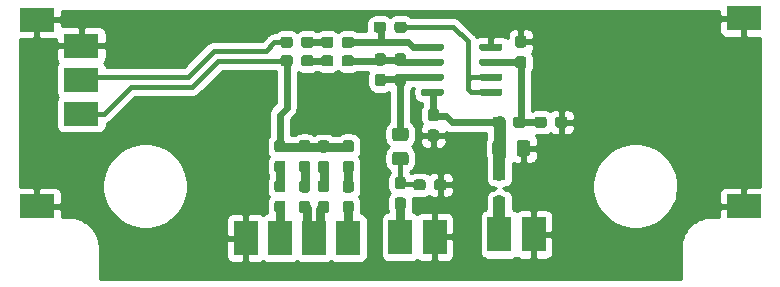
<source format=gtl>
%TF.GenerationSoftware,KiCad,Pcbnew,5.1.6*%
%TF.CreationDate,2020-09-16T21:40:07+02:00*%
%TF.ProjectId,HumbuckerAmplifier,48756d62-7563-46b6-9572-416d706c6966,rev?*%
%TF.SameCoordinates,PX6183610PY5204180*%
%TF.FileFunction,Copper,L1,Top*%
%TF.FilePolarity,Positive*%
%FSLAX46Y46*%
G04 Gerber Fmt 4.6, Leading zero omitted, Abs format (unit mm)*
G04 Created by KiCad (PCBNEW 5.1.6) date 2020-09-16 21:40:07*
%MOMM*%
%LPD*%
G01*
G04 APERTURE LIST*
%TA.AperFunction,SMDPad,CuDef*%
%ADD10R,1.000000X1.000000*%
%TD*%
%TA.AperFunction,SMDPad,CuDef*%
%ADD11R,2.000000X3.000000*%
%TD*%
%TA.AperFunction,SMDPad,CuDef*%
%ADD12R,3.000000X2.000000*%
%TD*%
%TA.AperFunction,Conductor*%
%ADD13C,0.600000*%
%TD*%
%TA.AperFunction,Conductor*%
%ADD14C,1.000000*%
%TD*%
%TA.AperFunction,Conductor*%
%ADD15C,0.400000*%
%TD*%
%TA.AperFunction,Conductor*%
%ADD16C,0.800000*%
%TD*%
%TA.AperFunction,Conductor*%
%ADD17C,0.254000*%
%TD*%
G04 APERTURE END LIST*
%TO.P,R12,2*%
%TO.N,Net-(C10-Pad1)*%
%TA.AperFunction,SMDPad,CuDef*%
G36*
G01*
X22887500Y7962500D02*
X22412500Y7962500D01*
G75*
G02*
X22175000Y8200000I0J237500D01*
G01*
X22175000Y8775000D01*
G75*
G02*
X22412500Y9012500I237500J0D01*
G01*
X22887500Y9012500D01*
G75*
G02*
X23125000Y8775000I0J-237500D01*
G01*
X23125000Y8200000D01*
G75*
G02*
X22887500Y7962500I-237500J0D01*
G01*
G37*
%TD.AperFunction*%
%TO.P,R12,1*%
%TO.N,Net-(J14-Pad1)*%
%TA.AperFunction,SMDPad,CuDef*%
G36*
G01*
X22887500Y6212500D02*
X22412500Y6212500D01*
G75*
G02*
X22175000Y6450000I0J237500D01*
G01*
X22175000Y7025000D01*
G75*
G02*
X22412500Y7262500I237500J0D01*
G01*
X22887500Y7262500D01*
G75*
G02*
X23125000Y7025000I0J-237500D01*
G01*
X23125000Y6450000D01*
G75*
G02*
X22887500Y6212500I-237500J0D01*
G01*
G37*
%TD.AperFunction*%
%TD*%
%TO.P,R11,2*%
%TO.N,/COIL_MODS*%
%TA.AperFunction,SMDPad,CuDef*%
G36*
G01*
X24987500Y11362500D02*
X24512500Y11362500D01*
G75*
G02*
X24275000Y11600000I0J237500D01*
G01*
X24275000Y12175000D01*
G75*
G02*
X24512500Y12412500I237500J0D01*
G01*
X24987500Y12412500D01*
G75*
G02*
X25225000Y12175000I0J-237500D01*
G01*
X25225000Y11600000D01*
G75*
G02*
X24987500Y11362500I-237500J0D01*
G01*
G37*
%TD.AperFunction*%
%TO.P,R11,1*%
%TO.N,Net-(C9-Pad2)*%
%TA.AperFunction,SMDPad,CuDef*%
G36*
G01*
X24987500Y9612500D02*
X24512500Y9612500D01*
G75*
G02*
X24275000Y9850000I0J237500D01*
G01*
X24275000Y10425000D01*
G75*
G02*
X24512500Y10662500I237500J0D01*
G01*
X24987500Y10662500D01*
G75*
G02*
X25225000Y10425000I0J-237500D01*
G01*
X25225000Y9850000D01*
G75*
G02*
X24987500Y9612500I-237500J0D01*
G01*
G37*
%TD.AperFunction*%
%TD*%
%TO.P,R10,2*%
%TO.N,Net-(C8-Pad1)*%
%TA.AperFunction,SMDPad,CuDef*%
G36*
G01*
X26587500Y7962500D02*
X26112500Y7962500D01*
G75*
G02*
X25875000Y8200000I0J237500D01*
G01*
X25875000Y8775000D01*
G75*
G02*
X26112500Y9012500I237500J0D01*
G01*
X26587500Y9012500D01*
G75*
G02*
X26825000Y8775000I0J-237500D01*
G01*
X26825000Y8200000D01*
G75*
G02*
X26587500Y7962500I-237500J0D01*
G01*
G37*
%TD.AperFunction*%
%TO.P,R10,1*%
%TO.N,Net-(C9-Pad1)*%
%TA.AperFunction,SMDPad,CuDef*%
G36*
G01*
X26587500Y6212500D02*
X26112500Y6212500D01*
G75*
G02*
X25875000Y6450000I0J237500D01*
G01*
X25875000Y7025000D01*
G75*
G02*
X26112500Y7262500I237500J0D01*
G01*
X26587500Y7262500D01*
G75*
G02*
X26825000Y7025000I0J-237500D01*
G01*
X26825000Y6450000D01*
G75*
G02*
X26587500Y6212500I-237500J0D01*
G01*
G37*
%TD.AperFunction*%
%TD*%
%TO.P,R9,2*%
%TO.N,Net-(C7-Pad1)*%
%TA.AperFunction,SMDPad,CuDef*%
G36*
G01*
X28687500Y7950000D02*
X28212500Y7950000D01*
G75*
G02*
X27975000Y8187500I0J237500D01*
G01*
X27975000Y8762500D01*
G75*
G02*
X28212500Y9000000I237500J0D01*
G01*
X28687500Y9000000D01*
G75*
G02*
X28925000Y8762500I0J-237500D01*
G01*
X28925000Y8187500D01*
G75*
G02*
X28687500Y7950000I-237500J0D01*
G01*
G37*
%TD.AperFunction*%
%TO.P,R9,1*%
%TO.N,Net-(J12-Pad1)*%
%TA.AperFunction,SMDPad,CuDef*%
G36*
G01*
X28687500Y6200000D02*
X28212500Y6200000D01*
G75*
G02*
X27975000Y6437500I0J237500D01*
G01*
X27975000Y7012500D01*
G75*
G02*
X28212500Y7250000I237500J0D01*
G01*
X28687500Y7250000D01*
G75*
G02*
X28925000Y7012500I0J-237500D01*
G01*
X28925000Y6437500D01*
G75*
G02*
X28687500Y6200000I-237500J0D01*
G01*
G37*
%TD.AperFunction*%
%TD*%
%TO.P,R8,2*%
%TO.N,+4V*%
%TA.AperFunction,SMDPad,CuDef*%
G36*
G01*
X32350000Y21712500D02*
X32350000Y22187500D01*
G75*
G02*
X32587500Y22425000I237500J0D01*
G01*
X33162500Y22425000D01*
G75*
G02*
X33400000Y22187500I0J-237500D01*
G01*
X33400000Y21712500D01*
G75*
G02*
X33162500Y21475000I-237500J0D01*
G01*
X32587500Y21475000D01*
G75*
G02*
X32350000Y21712500I0J237500D01*
G01*
G37*
%TD.AperFunction*%
%TO.P,R8,1*%
%TO.N,Net-(R3-Pad1)*%
%TA.AperFunction,SMDPad,CuDef*%
G36*
G01*
X30600000Y21712500D02*
X30600000Y22187500D01*
G75*
G02*
X30837500Y22425000I237500J0D01*
G01*
X31412500Y22425000D01*
G75*
G02*
X31650000Y22187500I0J-237500D01*
G01*
X31650000Y21712500D01*
G75*
G02*
X31412500Y21475000I-237500J0D01*
G01*
X30837500Y21475000D01*
G75*
G02*
X30600000Y21712500I0J237500D01*
G01*
G37*
%TD.AperFunction*%
%TD*%
%TO.P,R7,2*%
%TO.N,Net-(J6-Pad1)*%
%TA.AperFunction,SMDPad,CuDef*%
G36*
G01*
X32612500Y7537500D02*
X33087500Y7537500D01*
G75*
G02*
X33325000Y7300000I0J-237500D01*
G01*
X33325000Y6725000D01*
G75*
G02*
X33087500Y6487500I-237500J0D01*
G01*
X32612500Y6487500D01*
G75*
G02*
X32375000Y6725000I0J237500D01*
G01*
X32375000Y7300000D01*
G75*
G02*
X32612500Y7537500I237500J0D01*
G01*
G37*
%TD.AperFunction*%
%TO.P,R7,1*%
%TO.N,Net-(C6-Pad1)*%
%TA.AperFunction,SMDPad,CuDef*%
G36*
G01*
X32612500Y9287500D02*
X33087500Y9287500D01*
G75*
G02*
X33325000Y9050000I0J-237500D01*
G01*
X33325000Y8475000D01*
G75*
G02*
X33087500Y8237500I-237500J0D01*
G01*
X32612500Y8237500D01*
G75*
G02*
X32375000Y8475000I0J237500D01*
G01*
X32375000Y9050000D01*
G75*
G02*
X32612500Y9287500I237500J0D01*
G01*
G37*
%TD.AperFunction*%
%TD*%
%TO.P,R6,2*%
%TO.N,Net-(C6-Pad1)*%
%TA.AperFunction,SMDPad,CuDef*%
G36*
G01*
X35000000Y8837500D02*
X35000000Y8362500D01*
G75*
G02*
X34762500Y8125000I-237500J0D01*
G01*
X34187500Y8125000D01*
G75*
G02*
X33950000Y8362500I0J237500D01*
G01*
X33950000Y8837500D01*
G75*
G02*
X34187500Y9075000I237500J0D01*
G01*
X34762500Y9075000D01*
G75*
G02*
X35000000Y8837500I0J-237500D01*
G01*
G37*
%TD.AperFunction*%
%TO.P,R6,1*%
%TO.N,GND*%
%TA.AperFunction,SMDPad,CuDef*%
G36*
G01*
X36750000Y8837500D02*
X36750000Y8362500D01*
G75*
G02*
X36512500Y8125000I-237500J0D01*
G01*
X35937500Y8125000D01*
G75*
G02*
X35700000Y8362500I0J237500D01*
G01*
X35700000Y8837500D01*
G75*
G02*
X35937500Y9075000I237500J0D01*
G01*
X36512500Y9075000D01*
G75*
G02*
X36750000Y8837500I0J-237500D01*
G01*
G37*
%TD.AperFunction*%
%TD*%
%TO.P,R5,2*%
%TO.N,Net-(C11-Pad2)*%
%TA.AperFunction,SMDPad,CuDef*%
G36*
G01*
X33087500Y18700000D02*
X32612500Y18700000D01*
G75*
G02*
X32375000Y18937500I0J237500D01*
G01*
X32375000Y19512500D01*
G75*
G02*
X32612500Y19750000I237500J0D01*
G01*
X33087500Y19750000D01*
G75*
G02*
X33325000Y19512500I0J-237500D01*
G01*
X33325000Y18937500D01*
G75*
G02*
X33087500Y18700000I-237500J0D01*
G01*
G37*
%TD.AperFunction*%
%TO.P,R5,1*%
%TO.N,Net-(C11-Pad1)*%
%TA.AperFunction,SMDPad,CuDef*%
G36*
G01*
X33087500Y16950000D02*
X32612500Y16950000D01*
G75*
G02*
X32375000Y17187500I0J237500D01*
G01*
X32375000Y17762500D01*
G75*
G02*
X32612500Y18000000I237500J0D01*
G01*
X33087500Y18000000D01*
G75*
G02*
X33325000Y17762500I0J-237500D01*
G01*
X33325000Y17187500D01*
G75*
G02*
X33087500Y16950000I-237500J0D01*
G01*
G37*
%TD.AperFunction*%
%TD*%
%TO.P,R4,2*%
%TO.N,Net-(C4-Pad1)*%
%TA.AperFunction,SMDPad,CuDef*%
G36*
G01*
X27187500Y19347500D02*
X27187500Y18872500D01*
G75*
G02*
X26950000Y18635000I-237500J0D01*
G01*
X26375000Y18635000D01*
G75*
G02*
X26137500Y18872500I0J237500D01*
G01*
X26137500Y19347500D01*
G75*
G02*
X26375000Y19585000I237500J0D01*
G01*
X26950000Y19585000D01*
G75*
G02*
X27187500Y19347500I0J-237500D01*
G01*
G37*
%TD.AperFunction*%
%TO.P,R4,1*%
%TO.N,Net-(C11-Pad2)*%
%TA.AperFunction,SMDPad,CuDef*%
G36*
G01*
X28937500Y19347500D02*
X28937500Y18872500D01*
G75*
G02*
X28700000Y18635000I-237500J0D01*
G01*
X28125000Y18635000D01*
G75*
G02*
X27887500Y18872500I0J237500D01*
G01*
X27887500Y19347500D01*
G75*
G02*
X28125000Y19585000I237500J0D01*
G01*
X28700000Y19585000D01*
G75*
G02*
X28937500Y19347500I0J-237500D01*
G01*
G37*
%TD.AperFunction*%
%TD*%
%TO.P,R3,2*%
%TO.N,Net-(C3-Pad1)*%
%TA.AperFunction,SMDPad,CuDef*%
G36*
G01*
X27187500Y20907500D02*
X27187500Y20432500D01*
G75*
G02*
X26950000Y20195000I-237500J0D01*
G01*
X26375000Y20195000D01*
G75*
G02*
X26137500Y20432500I0J237500D01*
G01*
X26137500Y20907500D01*
G75*
G02*
X26375000Y21145000I237500J0D01*
G01*
X26950000Y21145000D01*
G75*
G02*
X27187500Y20907500I0J-237500D01*
G01*
G37*
%TD.AperFunction*%
%TO.P,R3,1*%
%TO.N,Net-(R3-Pad1)*%
%TA.AperFunction,SMDPad,CuDef*%
G36*
G01*
X28937500Y20907500D02*
X28937500Y20432500D01*
G75*
G02*
X28700000Y20195000I-237500J0D01*
G01*
X28125000Y20195000D01*
G75*
G02*
X27887500Y20432500I0J237500D01*
G01*
X27887500Y20907500D01*
G75*
G02*
X28125000Y21145000I237500J0D01*
G01*
X28700000Y21145000D01*
G75*
G02*
X28937500Y20907500I0J-237500D01*
G01*
G37*
%TD.AperFunction*%
%TD*%
%TO.P,R2,2*%
%TO.N,GND*%
%TA.AperFunction,SMDPad,CuDef*%
G36*
G01*
X45950000Y13662500D02*
X45950000Y14137500D01*
G75*
G02*
X46187500Y14375000I237500J0D01*
G01*
X46762500Y14375000D01*
G75*
G02*
X47000000Y14137500I0J-237500D01*
G01*
X47000000Y13662500D01*
G75*
G02*
X46762500Y13425000I-237500J0D01*
G01*
X46187500Y13425000D01*
G75*
G02*
X45950000Y13662500I0J237500D01*
G01*
G37*
%TD.AperFunction*%
%TO.P,R2,1*%
%TO.N,Net-(C5-Pad1)*%
%TA.AperFunction,SMDPad,CuDef*%
G36*
G01*
X44200000Y13662500D02*
X44200000Y14137500D01*
G75*
G02*
X44437500Y14375000I237500J0D01*
G01*
X45012500Y14375000D01*
G75*
G02*
X45250000Y14137500I0J-237500D01*
G01*
X45250000Y13662500D01*
G75*
G02*
X45012500Y13425000I-237500J0D01*
G01*
X44437500Y13425000D01*
G75*
G02*
X44200000Y13662500I0J237500D01*
G01*
G37*
%TD.AperFunction*%
%TD*%
%TO.P,R1,2*%
%TO.N,Net-(C5-Pad1)*%
%TA.AperFunction,SMDPad,CuDef*%
G36*
G01*
X42400000Y13662500D02*
X42400000Y14137500D01*
G75*
G02*
X42637500Y14375000I237500J0D01*
G01*
X43212500Y14375000D01*
G75*
G02*
X43450000Y14137500I0J-237500D01*
G01*
X43450000Y13662500D01*
G75*
G02*
X43212500Y13425000I-237500J0D01*
G01*
X42637500Y13425000D01*
G75*
G02*
X42400000Y13662500I0J237500D01*
G01*
G37*
%TD.AperFunction*%
%TO.P,R1,1*%
%TO.N,Net-(C1-Pad1)*%
%TA.AperFunction,SMDPad,CuDef*%
G36*
G01*
X40650000Y13662500D02*
X40650000Y14137500D01*
G75*
G02*
X40887500Y14375000I237500J0D01*
G01*
X41462500Y14375000D01*
G75*
G02*
X41700000Y14137500I0J-237500D01*
G01*
X41700000Y13662500D01*
G75*
G02*
X41462500Y13425000I-237500J0D01*
G01*
X40887500Y13425000D01*
G75*
G02*
X40650000Y13662500I0J237500D01*
G01*
G37*
%TD.AperFunction*%
%TD*%
D10*
%TO.P,D1,2*%
%TO.N,Net-(D1-Pad2)*%
X41250000Y7050000D03*
%TO.P,D1,1*%
%TO.N,Net-(C1-Pad1)*%
X41250000Y9550000D03*
%TD*%
%TO.P,C11,2*%
%TO.N,Net-(C11-Pad2)*%
%TA.AperFunction,SMDPad,CuDef*%
G36*
G01*
X31387500Y18700000D02*
X30912500Y18700000D01*
G75*
G02*
X30675000Y18937500I0J237500D01*
G01*
X30675000Y19512500D01*
G75*
G02*
X30912500Y19750000I237500J0D01*
G01*
X31387500Y19750000D01*
G75*
G02*
X31625000Y19512500I0J-237500D01*
G01*
X31625000Y18937500D01*
G75*
G02*
X31387500Y18700000I-237500J0D01*
G01*
G37*
%TD.AperFunction*%
%TO.P,C11,1*%
%TO.N,Net-(C11-Pad1)*%
%TA.AperFunction,SMDPad,CuDef*%
G36*
G01*
X31387500Y16950000D02*
X30912500Y16950000D01*
G75*
G02*
X30675000Y17187500I0J237500D01*
G01*
X30675000Y17762500D01*
G75*
G02*
X30912500Y18000000I237500J0D01*
G01*
X31387500Y18000000D01*
G75*
G02*
X31625000Y17762500I0J-237500D01*
G01*
X31625000Y17187500D01*
G75*
G02*
X31387500Y16950000I-237500J0D01*
G01*
G37*
%TD.AperFunction*%
%TD*%
%TO.P,C10,2*%
%TO.N,/COIL_MODS*%
%TA.AperFunction,SMDPad,CuDef*%
G36*
G01*
X22887500Y11350000D02*
X22412500Y11350000D01*
G75*
G02*
X22175000Y11587500I0J237500D01*
G01*
X22175000Y12162500D01*
G75*
G02*
X22412500Y12400000I237500J0D01*
G01*
X22887500Y12400000D01*
G75*
G02*
X23125000Y12162500I0J-237500D01*
G01*
X23125000Y11587500D01*
G75*
G02*
X22887500Y11350000I-237500J0D01*
G01*
G37*
%TD.AperFunction*%
%TO.P,C10,1*%
%TO.N,Net-(C10-Pad1)*%
%TA.AperFunction,SMDPad,CuDef*%
G36*
G01*
X22887500Y9600000D02*
X22412500Y9600000D01*
G75*
G02*
X22175000Y9837500I0J237500D01*
G01*
X22175000Y10412500D01*
G75*
G02*
X22412500Y10650000I237500J0D01*
G01*
X22887500Y10650000D01*
G75*
G02*
X23125000Y10412500I0J-237500D01*
G01*
X23125000Y9837500D01*
G75*
G02*
X22887500Y9600000I-237500J0D01*
G01*
G37*
%TD.AperFunction*%
%TD*%
%TO.P,C9,2*%
%TO.N,Net-(C9-Pad2)*%
%TA.AperFunction,SMDPad,CuDef*%
G36*
G01*
X24987500Y7950000D02*
X24512500Y7950000D01*
G75*
G02*
X24275000Y8187500I0J237500D01*
G01*
X24275000Y8762500D01*
G75*
G02*
X24512500Y9000000I237500J0D01*
G01*
X24987500Y9000000D01*
G75*
G02*
X25225000Y8762500I0J-237500D01*
G01*
X25225000Y8187500D01*
G75*
G02*
X24987500Y7950000I-237500J0D01*
G01*
G37*
%TD.AperFunction*%
%TO.P,C9,1*%
%TO.N,Net-(C9-Pad1)*%
%TA.AperFunction,SMDPad,CuDef*%
G36*
G01*
X24987500Y6200000D02*
X24512500Y6200000D01*
G75*
G02*
X24275000Y6437500I0J237500D01*
G01*
X24275000Y7012500D01*
G75*
G02*
X24512500Y7250000I237500J0D01*
G01*
X24987500Y7250000D01*
G75*
G02*
X25225000Y7012500I0J-237500D01*
G01*
X25225000Y6437500D01*
G75*
G02*
X24987500Y6200000I-237500J0D01*
G01*
G37*
%TD.AperFunction*%
%TD*%
%TO.P,C8,2*%
%TO.N,/COIL_MODS*%
%TA.AperFunction,SMDPad,CuDef*%
G36*
G01*
X26587500Y11337500D02*
X26112500Y11337500D01*
G75*
G02*
X25875000Y11575000I0J237500D01*
G01*
X25875000Y12150000D01*
G75*
G02*
X26112500Y12387500I237500J0D01*
G01*
X26587500Y12387500D01*
G75*
G02*
X26825000Y12150000I0J-237500D01*
G01*
X26825000Y11575000D01*
G75*
G02*
X26587500Y11337500I-237500J0D01*
G01*
G37*
%TD.AperFunction*%
%TO.P,C8,1*%
%TO.N,Net-(C8-Pad1)*%
%TA.AperFunction,SMDPad,CuDef*%
G36*
G01*
X26587500Y9587500D02*
X26112500Y9587500D01*
G75*
G02*
X25875000Y9825000I0J237500D01*
G01*
X25875000Y10400000D01*
G75*
G02*
X26112500Y10637500I237500J0D01*
G01*
X26587500Y10637500D01*
G75*
G02*
X26825000Y10400000I0J-237500D01*
G01*
X26825000Y9825000D01*
G75*
G02*
X26587500Y9587500I-237500J0D01*
G01*
G37*
%TD.AperFunction*%
%TD*%
%TO.P,C7,2*%
%TO.N,/COIL_MODS*%
%TA.AperFunction,SMDPad,CuDef*%
G36*
G01*
X28687500Y11350000D02*
X28212500Y11350000D01*
G75*
G02*
X27975000Y11587500I0J237500D01*
G01*
X27975000Y12162500D01*
G75*
G02*
X28212500Y12400000I237500J0D01*
G01*
X28687500Y12400000D01*
G75*
G02*
X28925000Y12162500I0J-237500D01*
G01*
X28925000Y11587500D01*
G75*
G02*
X28687500Y11350000I-237500J0D01*
G01*
G37*
%TD.AperFunction*%
%TO.P,C7,1*%
%TO.N,Net-(C7-Pad1)*%
%TA.AperFunction,SMDPad,CuDef*%
G36*
G01*
X28687500Y9600000D02*
X28212500Y9600000D01*
G75*
G02*
X27975000Y9837500I0J237500D01*
G01*
X27975000Y10412500D01*
G75*
G02*
X28212500Y10650000I237500J0D01*
G01*
X28687500Y10650000D01*
G75*
G02*
X28925000Y10412500I0J-237500D01*
G01*
X28925000Y9837500D01*
G75*
G02*
X28687500Y9600000I-237500J0D01*
G01*
G37*
%TD.AperFunction*%
%TD*%
%TO.P,C6,2*%
%TO.N,Net-(C11-Pad1)*%
%TA.AperFunction,SMDPad,CuDef*%
G36*
G01*
X33300001Y12300000D02*
X32399999Y12300000D01*
G75*
G02*
X32150000Y12549999I0J249999D01*
G01*
X32150000Y13200001D01*
G75*
G02*
X32399999Y13450000I249999J0D01*
G01*
X33300001Y13450000D01*
G75*
G02*
X33550000Y13200001I0J-249999D01*
G01*
X33550000Y12549999D01*
G75*
G02*
X33300001Y12300000I-249999J0D01*
G01*
G37*
%TD.AperFunction*%
%TO.P,C6,1*%
%TO.N,Net-(C6-Pad1)*%
%TA.AperFunction,SMDPad,CuDef*%
G36*
G01*
X33300001Y10250000D02*
X32399999Y10250000D01*
G75*
G02*
X32150000Y10499999I0J249999D01*
G01*
X32150000Y11150001D01*
G75*
G02*
X32399999Y11400000I249999J0D01*
G01*
X33300001Y11400000D01*
G75*
G02*
X33550000Y11150001I0J-249999D01*
G01*
X33550000Y10499999D01*
G75*
G02*
X33300001Y10250000I-249999J0D01*
G01*
G37*
%TD.AperFunction*%
%TD*%
%TO.P,C5,2*%
%TO.N,GND*%
%TA.AperFunction,SMDPad,CuDef*%
G36*
G01*
X43287500Y20200000D02*
X42812500Y20200000D01*
G75*
G02*
X42575000Y20437500I0J237500D01*
G01*
X42575000Y21012500D01*
G75*
G02*
X42812500Y21250000I237500J0D01*
G01*
X43287500Y21250000D01*
G75*
G02*
X43525000Y21012500I0J-237500D01*
G01*
X43525000Y20437500D01*
G75*
G02*
X43287500Y20200000I-237500J0D01*
G01*
G37*
%TD.AperFunction*%
%TO.P,C5,1*%
%TO.N,Net-(C5-Pad1)*%
%TA.AperFunction,SMDPad,CuDef*%
G36*
G01*
X43287500Y18450000D02*
X42812500Y18450000D01*
G75*
G02*
X42575000Y18687500I0J237500D01*
G01*
X42575000Y19262500D01*
G75*
G02*
X42812500Y19500000I237500J0D01*
G01*
X43287500Y19500000D01*
G75*
G02*
X43525000Y19262500I0J-237500D01*
G01*
X43525000Y18687500D01*
G75*
G02*
X43287500Y18450000I-237500J0D01*
G01*
G37*
%TD.AperFunction*%
%TD*%
%TO.P,C4,2*%
%TO.N,/COIL_MODS*%
%TA.AperFunction,SMDPad,CuDef*%
G36*
G01*
X23750000Y19347500D02*
X23750000Y18872500D01*
G75*
G02*
X23512500Y18635000I-237500J0D01*
G01*
X22937500Y18635000D01*
G75*
G02*
X22700000Y18872500I0J237500D01*
G01*
X22700000Y19347500D01*
G75*
G02*
X22937500Y19585000I237500J0D01*
G01*
X23512500Y19585000D01*
G75*
G02*
X23750000Y19347500I0J-237500D01*
G01*
G37*
%TD.AperFunction*%
%TO.P,C4,1*%
%TO.N,Net-(C4-Pad1)*%
%TA.AperFunction,SMDPad,CuDef*%
G36*
G01*
X25500000Y19347500D02*
X25500000Y18872500D01*
G75*
G02*
X25262500Y18635000I-237500J0D01*
G01*
X24687500Y18635000D01*
G75*
G02*
X24450000Y18872500I0J237500D01*
G01*
X24450000Y19347500D01*
G75*
G02*
X24687500Y19585000I237500J0D01*
G01*
X25262500Y19585000D01*
G75*
G02*
X25500000Y19347500I0J-237500D01*
G01*
G37*
%TD.AperFunction*%
%TD*%
%TO.P,C3,2*%
%TO.N,Net-(C3-Pad2)*%
%TA.AperFunction,SMDPad,CuDef*%
G36*
G01*
X23750000Y20907500D02*
X23750000Y20432500D01*
G75*
G02*
X23512500Y20195000I-237500J0D01*
G01*
X22937500Y20195000D01*
G75*
G02*
X22700000Y20432500I0J237500D01*
G01*
X22700000Y20907500D01*
G75*
G02*
X22937500Y21145000I237500J0D01*
G01*
X23512500Y21145000D01*
G75*
G02*
X23750000Y20907500I0J-237500D01*
G01*
G37*
%TD.AperFunction*%
%TO.P,C3,1*%
%TO.N,Net-(C3-Pad1)*%
%TA.AperFunction,SMDPad,CuDef*%
G36*
G01*
X25500000Y20907500D02*
X25500000Y20432500D01*
G75*
G02*
X25262500Y20195000I-237500J0D01*
G01*
X24687500Y20195000D01*
G75*
G02*
X24450000Y20432500I0J237500D01*
G01*
X24450000Y20907500D01*
G75*
G02*
X24687500Y21145000I237500J0D01*
G01*
X25262500Y21145000D01*
G75*
G02*
X25500000Y20907500I0J-237500D01*
G01*
G37*
%TD.AperFunction*%
%TD*%
%TO.P,C2,2*%
%TO.N,GND*%
%TA.AperFunction,SMDPad,CuDef*%
G36*
G01*
X35412500Y13300000D02*
X35887500Y13300000D01*
G75*
G02*
X36125000Y13062500I0J-237500D01*
G01*
X36125000Y12487500D01*
G75*
G02*
X35887500Y12250000I-237500J0D01*
G01*
X35412500Y12250000D01*
G75*
G02*
X35175000Y12487500I0J237500D01*
G01*
X35175000Y13062500D01*
G75*
G02*
X35412500Y13300000I237500J0D01*
G01*
G37*
%TD.AperFunction*%
%TO.P,C2,1*%
%TO.N,Net-(C1-Pad1)*%
%TA.AperFunction,SMDPad,CuDef*%
G36*
G01*
X35412500Y15050000D02*
X35887500Y15050000D01*
G75*
G02*
X36125000Y14812500I0J-237500D01*
G01*
X36125000Y14237500D01*
G75*
G02*
X35887500Y14000000I-237500J0D01*
G01*
X35412500Y14000000D01*
G75*
G02*
X35175000Y14237500I0J237500D01*
G01*
X35175000Y14812500D01*
G75*
G02*
X35412500Y15050000I237500J0D01*
G01*
G37*
%TD.AperFunction*%
%TD*%
%TO.P,C1,2*%
%TO.N,GND*%
%TA.AperFunction,SMDPad,CuDef*%
G36*
G01*
X42700000Y11249999D02*
X42700000Y12150001D01*
G75*
G02*
X42949999Y12400000I249999J0D01*
G01*
X43600001Y12400000D01*
G75*
G02*
X43850000Y12150001I0J-249999D01*
G01*
X43850000Y11249999D01*
G75*
G02*
X43600001Y11000000I-249999J0D01*
G01*
X42949999Y11000000D01*
G75*
G02*
X42700000Y11249999I0J249999D01*
G01*
G37*
%TD.AperFunction*%
%TO.P,C1,1*%
%TO.N,Net-(C1-Pad1)*%
%TA.AperFunction,SMDPad,CuDef*%
G36*
G01*
X40650000Y11249999D02*
X40650000Y12150001D01*
G75*
G02*
X40899999Y12400000I249999J0D01*
G01*
X41550001Y12400000D01*
G75*
G02*
X41800000Y12150001I0J-249999D01*
G01*
X41800000Y11249999D01*
G75*
G02*
X41550001Y11000000I-249999J0D01*
G01*
X40899999Y11000000D01*
G75*
G02*
X40650000Y11249999I0J249999D01*
G01*
G37*
%TD.AperFunction*%
%TD*%
D11*
%TO.P,J15,1*%
%TO.N,GND*%
X19750000Y4100000D03*
%TD*%
%TO.P,J14,1*%
%TO.N,Net-(J14-Pad1)*%
X22650000Y4100000D03*
%TD*%
%TO.P,J13,1*%
%TO.N,Net-(C9-Pad1)*%
X25550000Y4100000D03*
%TD*%
%TO.P,J12,1*%
%TO.N,Net-(J12-Pad1)*%
X28450000Y4100000D03*
%TD*%
D12*
%TO.P,J11,1*%
%TO.N,GND*%
X61950000Y6800000D03*
%TD*%
%TO.P,J10,1*%
%TO.N,GND*%
X2050000Y6800000D03*
%TD*%
%TO.P,J9,1*%
%TO.N,GND*%
X61950000Y22700000D03*
%TD*%
%TO.P,J8,1*%
%TO.N,GND*%
X2050000Y22600000D03*
%TD*%
D11*
%TO.P,J7,1*%
%TO.N,GND*%
X35750000Y4200000D03*
%TD*%
%TO.P,J6,1*%
%TO.N,Net-(J6-Pad1)*%
X32850000Y4200000D03*
%TD*%
D12*
%TO.P,J5,1*%
%TO.N,GND*%
X5850000Y20400000D03*
%TD*%
%TO.P,J4,1*%
%TO.N,/COIL_MODS*%
X5850000Y14600000D03*
%TD*%
%TO.P,J3,1*%
%TO.N,Net-(C3-Pad2)*%
X5850000Y17500000D03*
%TD*%
D11*
%TO.P,J2,1*%
%TO.N,GND*%
X44150000Y4400000D03*
%TD*%
%TO.P,J1,1*%
%TO.N,Net-(D1-Pad2)*%
X41250000Y4400000D03*
%TD*%
%TO.P,U1,8*%
%TO.N,Net-(C1-Pad1)*%
%TA.AperFunction,SMDPad,CuDef*%
G36*
G01*
X36550000Y16595000D02*
X36550000Y16295000D01*
G75*
G02*
X36400000Y16145000I-150000J0D01*
G01*
X34750000Y16145000D01*
G75*
G02*
X34600000Y16295000I0J150000D01*
G01*
X34600000Y16595000D01*
G75*
G02*
X34750000Y16745000I150000J0D01*
G01*
X36400000Y16745000D01*
G75*
G02*
X36550000Y16595000I0J-150000D01*
G01*
G37*
%TD.AperFunction*%
%TO.P,U1,7*%
%TO.N,Net-(C11-Pad1)*%
%TA.AperFunction,SMDPad,CuDef*%
G36*
G01*
X36550000Y17865000D02*
X36550000Y17565000D01*
G75*
G02*
X36400000Y17415000I-150000J0D01*
G01*
X34750000Y17415000D01*
G75*
G02*
X34600000Y17565000I0J150000D01*
G01*
X34600000Y17865000D01*
G75*
G02*
X34750000Y18015000I150000J0D01*
G01*
X36400000Y18015000D01*
G75*
G02*
X36550000Y17865000I0J-150000D01*
G01*
G37*
%TD.AperFunction*%
%TO.P,U1,6*%
%TO.N,Net-(C11-Pad2)*%
%TA.AperFunction,SMDPad,CuDef*%
G36*
G01*
X36550000Y19135000D02*
X36550000Y18835000D01*
G75*
G02*
X36400000Y18685000I-150000J0D01*
G01*
X34750000Y18685000D01*
G75*
G02*
X34600000Y18835000I0J150000D01*
G01*
X34600000Y19135000D01*
G75*
G02*
X34750000Y19285000I150000J0D01*
G01*
X36400000Y19285000D01*
G75*
G02*
X36550000Y19135000I0J-150000D01*
G01*
G37*
%TD.AperFunction*%
%TO.P,U1,5*%
%TO.N,Net-(R3-Pad1)*%
%TA.AperFunction,SMDPad,CuDef*%
G36*
G01*
X36550000Y20405000D02*
X36550000Y20105000D01*
G75*
G02*
X36400000Y19955000I-150000J0D01*
G01*
X34750000Y19955000D01*
G75*
G02*
X34600000Y20105000I0J150000D01*
G01*
X34600000Y20405000D01*
G75*
G02*
X34750000Y20555000I150000J0D01*
G01*
X36400000Y20555000D01*
G75*
G02*
X36550000Y20405000I0J-150000D01*
G01*
G37*
%TD.AperFunction*%
%TO.P,U1,4*%
%TO.N,GND*%
%TA.AperFunction,SMDPad,CuDef*%
G36*
G01*
X41500000Y20405000D02*
X41500000Y20105000D01*
G75*
G02*
X41350000Y19955000I-150000J0D01*
G01*
X39700000Y19955000D01*
G75*
G02*
X39550000Y20105000I0J150000D01*
G01*
X39550000Y20405000D01*
G75*
G02*
X39700000Y20555000I150000J0D01*
G01*
X41350000Y20555000D01*
G75*
G02*
X41500000Y20405000I0J-150000D01*
G01*
G37*
%TD.AperFunction*%
%TO.P,U1,3*%
%TO.N,Net-(C5-Pad1)*%
%TA.AperFunction,SMDPad,CuDef*%
G36*
G01*
X41500000Y19135000D02*
X41500000Y18835000D01*
G75*
G02*
X41350000Y18685000I-150000J0D01*
G01*
X39700000Y18685000D01*
G75*
G02*
X39550000Y18835000I0J150000D01*
G01*
X39550000Y19135000D01*
G75*
G02*
X39700000Y19285000I150000J0D01*
G01*
X41350000Y19285000D01*
G75*
G02*
X41500000Y19135000I0J-150000D01*
G01*
G37*
%TD.AperFunction*%
%TO.P,U1,2*%
%TO.N,+4V*%
%TA.AperFunction,SMDPad,CuDef*%
G36*
G01*
X41500000Y17865000D02*
X41500000Y17565000D01*
G75*
G02*
X41350000Y17415000I-150000J0D01*
G01*
X39700000Y17415000D01*
G75*
G02*
X39550000Y17565000I0J150000D01*
G01*
X39550000Y17865000D01*
G75*
G02*
X39700000Y18015000I150000J0D01*
G01*
X41350000Y18015000D01*
G75*
G02*
X41500000Y17865000I0J-150000D01*
G01*
G37*
%TD.AperFunction*%
%TO.P,U1,1*%
%TA.AperFunction,SMDPad,CuDef*%
G36*
G01*
X41500000Y16595000D02*
X41500000Y16295000D01*
G75*
G02*
X41350000Y16145000I-150000J0D01*
G01*
X39700000Y16145000D01*
G75*
G02*
X39550000Y16295000I0J150000D01*
G01*
X39550000Y16595000D01*
G75*
G02*
X39700000Y16745000I150000J0D01*
G01*
X41350000Y16745000D01*
G75*
G02*
X41500000Y16595000I0J-150000D01*
G01*
G37*
%TD.AperFunction*%
%TD*%
D13*
%TO.N,Net-(C1-Pad1)*%
X36712500Y14437500D02*
X35650000Y14437500D01*
X41262500Y13900000D02*
X37250000Y13900000D01*
X37250000Y13900000D02*
X36712500Y14437500D01*
X35650000Y16370000D02*
X35575000Y16445000D01*
X35650000Y14437500D02*
X35650000Y16370000D01*
D14*
X41312500Y11700000D02*
X41312500Y11062500D01*
X41250000Y11000000D02*
X41250000Y9400000D01*
X41312500Y11062500D02*
X41250000Y11000000D01*
X41262500Y11750000D02*
X41312500Y11700000D01*
X41262500Y13900000D02*
X41262500Y11750000D01*
D15*
%TO.N,Net-(C3-Pad2)*%
X22170000Y20670000D02*
X23225000Y20670000D01*
X6100000Y17750000D02*
X14850000Y17750000D01*
X17050000Y19950000D02*
X21450000Y19950000D01*
X5850000Y17500000D02*
X6100000Y17750000D01*
X21450000Y19950000D02*
X22170000Y20670000D01*
X14850000Y17750000D02*
X17050000Y19950000D01*
D13*
%TO.N,Net-(C3-Pad1)*%
X24975000Y20670000D02*
X26662500Y20670000D01*
%TO.N,Net-(C4-Pad1)*%
X24975000Y19110000D02*
X26662500Y19110000D01*
D15*
%TO.N,Net-(C5-Pad1)*%
X43027500Y18985000D02*
X43050000Y18962500D01*
X43050000Y14112500D02*
X42837500Y13900000D01*
D13*
X43040000Y18985000D02*
X43050000Y18975000D01*
X40525000Y18985000D02*
X43040000Y18985000D01*
X43050000Y14025000D02*
X42925000Y13900000D01*
X43050000Y18975000D02*
X43050000Y14025000D01*
X42925000Y13900000D02*
X44725000Y13900000D01*
%TO.N,Net-(C11-Pad1)*%
X33002500Y17715000D02*
X32850000Y17562500D01*
X35575000Y17715000D02*
X33002500Y17715000D01*
D15*
%TO.N,Net-(C6-Pad1)*%
X34487500Y8675000D02*
X34562500Y8600000D01*
X32850000Y8675000D02*
X34487500Y8675000D01*
X32850000Y10312500D02*
X32850000Y8675000D01*
D14*
%TO.N,Net-(D1-Pad2)*%
X41250000Y4400000D02*
X41250000Y7200000D01*
D13*
%TO.N,Net-(R3-Pad1)*%
X35575000Y20255000D02*
X33945000Y20255000D01*
X33945000Y20255000D02*
X33530000Y20670000D01*
X31212500Y21950000D02*
X31212500Y20787500D01*
X33530000Y20670000D02*
X31330000Y20670000D01*
X31212500Y20787500D02*
X31330000Y20670000D01*
X31330000Y20670000D02*
X28325000Y20670000D01*
%TO.N,Net-(C11-Pad2)*%
X33002500Y18985000D02*
X32850000Y19137500D01*
X35575000Y18985000D02*
X33002500Y18985000D01*
D15*
%TO.N,+4V*%
X40525000Y17715000D02*
X38815000Y17715000D01*
X38815000Y17715000D02*
X38550000Y17450000D01*
X38550000Y17450000D02*
X38550000Y16750000D01*
X38855000Y16445000D02*
X40525000Y16445000D01*
X38550000Y16750000D02*
X38855000Y16445000D01*
X38550000Y17450000D02*
X38550000Y20750000D01*
X37350000Y21950000D02*
X32787500Y21950000D01*
X38550000Y20750000D02*
X37350000Y21950000D01*
D16*
%TO.N,Net-(J6-Pad1)*%
X32850000Y7100000D02*
X32850000Y4200000D01*
%TO.N,/COIL_MODS*%
X24737500Y11787500D02*
X24750000Y11800000D01*
X22650000Y11787500D02*
X24737500Y11787500D01*
X24775000Y11775000D02*
X24750000Y11800000D01*
X26350000Y11775000D02*
X24775000Y11775000D01*
X28437500Y11775000D02*
X28450000Y11787500D01*
X26350000Y11775000D02*
X28437500Y11775000D01*
D13*
X22650000Y11787500D02*
X22650000Y14550000D01*
X23225000Y15125000D02*
X22900000Y14800000D01*
X23225000Y19110000D02*
X23225000Y15125000D01*
X22900000Y14800000D02*
X22650000Y14550000D01*
D15*
X5850000Y14600000D02*
X7750000Y14600000D01*
X7750000Y14600000D02*
X10049990Y16899990D01*
X10049990Y16899990D02*
X15248533Y16899991D01*
X15248533Y16899991D02*
X17458542Y19110000D01*
X17458542Y19110000D02*
X23225000Y19110000D01*
D16*
%TO.N,Net-(C7-Pad1)*%
X28450000Y10125000D02*
X28450000Y8475000D01*
%TO.N,Net-(C8-Pad1)*%
X26350000Y10112500D02*
X26350000Y8487500D01*
%TO.N,Net-(C9-Pad2)*%
X24750000Y10137500D02*
X24750000Y8475000D01*
%TO.N,Net-(C9-Pad1)*%
X24750000Y6812500D02*
X24950000Y6612500D01*
X24950000Y4700000D02*
X25550000Y4100000D01*
X24950000Y6612500D02*
X24950000Y4700000D01*
X26050000Y4600000D02*
X25550000Y4100000D01*
X26350000Y6825000D02*
X26050000Y6525000D01*
X26050000Y6525000D02*
X26050000Y4600000D01*
%TO.N,Net-(C10-Pad1)*%
X22650000Y8487500D02*
X22650000Y10125000D01*
%TO.N,Net-(J12-Pad1)*%
X28450000Y6812500D02*
X28450000Y4100000D01*
%TO.N,Net-(J14-Pad1)*%
X22650000Y4100000D02*
X22650000Y6825000D01*
D13*
%TO.N,Net-(C11-Pad1)*%
X31150000Y17562500D02*
X32850000Y17562500D01*
X32850000Y17475000D02*
X32850000Y12875000D01*
%TO.N,Net-(C11-Pad2)*%
X32822500Y19110000D02*
X32850000Y19137500D01*
X31122500Y19110000D02*
X31150000Y19137500D01*
X28325000Y19110000D02*
X31122500Y19110000D01*
X31150000Y19137500D02*
X32850000Y19137500D01*
%TD*%
D17*
%TO.N,GND*%
G36*
X31967581Y23340000D02*
G01*
X59813476Y23340000D01*
X59815000Y22985750D01*
X59973750Y22827000D01*
X61823000Y22827000D01*
X61823000Y22847000D01*
X62077000Y22847000D01*
X62077000Y22827000D01*
X62097000Y22827000D01*
X62097000Y22573000D01*
X62077000Y22573000D01*
X62077000Y21223750D01*
X62235750Y21065000D01*
X63340001Y21062206D01*
X63340000Y8437794D01*
X62235750Y8435000D01*
X62077000Y8276250D01*
X62077000Y6927000D01*
X62097000Y6927000D01*
X62097000Y6673000D01*
X62077000Y6673000D01*
X62077000Y6653000D01*
X61823000Y6653000D01*
X61823000Y6673000D01*
X59973750Y6673000D01*
X59815000Y6514250D01*
X59812401Y5910000D01*
X59217581Y5910000D01*
X59188627Y5907148D01*
X59176219Y5907235D01*
X59167047Y5906335D01*
X58778855Y5865534D01*
X58720299Y5853514D01*
X58661498Y5842298D01*
X58652677Y5839634D01*
X58279802Y5724210D01*
X58224647Y5701025D01*
X58169194Y5678621D01*
X58161062Y5674296D01*
X58161057Y5674294D01*
X58161053Y5674291D01*
X57817702Y5488643D01*
X57768101Y5455187D01*
X57718054Y5422437D01*
X57710913Y5416613D01*
X57410158Y5167806D01*
X57368019Y5125371D01*
X57325269Y5083508D01*
X57319396Y5076407D01*
X57072695Y4773923D01*
X57039598Y4724107D01*
X57005795Y4674741D01*
X57001413Y4666635D01*
X56818163Y4321993D01*
X56795368Y4266687D01*
X56771802Y4211704D01*
X56769077Y4202901D01*
X56656259Y3829230D01*
X56644639Y3770542D01*
X56632203Y3712039D01*
X56631240Y3702874D01*
X56593150Y3314405D01*
X56590000Y3282418D01*
X56590001Y660000D01*
X7410000Y660000D01*
X7410000Y2600000D01*
X18111928Y2600000D01*
X18124188Y2475518D01*
X18160498Y2355820D01*
X18219463Y2245506D01*
X18298815Y2148815D01*
X18395506Y2069463D01*
X18505820Y2010498D01*
X18625518Y1974188D01*
X18750000Y1961928D01*
X19464250Y1965000D01*
X19623000Y2123750D01*
X19623000Y3973000D01*
X18273750Y3973000D01*
X18115000Y3814250D01*
X18111928Y2600000D01*
X7410000Y2600000D01*
X7410000Y3282419D01*
X7407148Y3311373D01*
X7407235Y3323781D01*
X7406335Y3332953D01*
X7365534Y3721145D01*
X7353514Y3779701D01*
X7342298Y3838502D01*
X7339634Y3847323D01*
X7224210Y4220198D01*
X7201025Y4275353D01*
X7178621Y4330806D01*
X7174294Y4338942D01*
X7174294Y4338943D01*
X7174291Y4338947D01*
X6988643Y4682298D01*
X6955187Y4731899D01*
X6922437Y4781946D01*
X6916613Y4789087D01*
X6667806Y5089842D01*
X6625371Y5131981D01*
X6583508Y5174731D01*
X6576407Y5180604D01*
X6273923Y5427305D01*
X6224107Y5460402D01*
X6174741Y5494205D01*
X6166635Y5498587D01*
X5821993Y5681837D01*
X5766687Y5704632D01*
X5711704Y5728198D01*
X5702901Y5730923D01*
X5329230Y5843741D01*
X5270542Y5855361D01*
X5212039Y5867797D01*
X5202874Y5868760D01*
X4814405Y5906850D01*
X4814402Y5906850D01*
X4782419Y5910000D01*
X4187599Y5910000D01*
X4185000Y6514250D01*
X4026250Y6673000D01*
X2177000Y6673000D01*
X2177000Y6653000D01*
X1923000Y6653000D01*
X1923000Y6673000D01*
X1903000Y6673000D01*
X1903000Y6927000D01*
X1923000Y6927000D01*
X1923000Y8276250D01*
X2177000Y8276250D01*
X2177000Y6927000D01*
X4026250Y6927000D01*
X4185000Y7085750D01*
X4188072Y7800000D01*
X4175812Y7924482D01*
X4139502Y8044180D01*
X4080537Y8154494D01*
X4001185Y8251185D01*
X3904494Y8330537D01*
X3794180Y8389502D01*
X3674482Y8425812D01*
X3550000Y8438072D01*
X2335750Y8435000D01*
X2177000Y8276250D01*
X1923000Y8276250D01*
X1764250Y8435000D01*
X660000Y8437794D01*
X660000Y8858016D01*
X7615000Y8858016D01*
X7615000Y8141984D01*
X7754691Y7439710D01*
X8028705Y6778182D01*
X8426511Y6182823D01*
X8932823Y5676511D01*
X9528182Y5278705D01*
X10189710Y5004691D01*
X10891984Y4865000D01*
X11608016Y4865000D01*
X12310290Y5004691D01*
X12971818Y5278705D01*
X13452670Y5600000D01*
X18111928Y5600000D01*
X18115000Y4385750D01*
X18273750Y4227000D01*
X19623000Y4227000D01*
X19623000Y6076250D01*
X19464250Y6235000D01*
X18750000Y6238072D01*
X18625518Y6225812D01*
X18505820Y6189502D01*
X18395506Y6130537D01*
X18298815Y6051185D01*
X18219463Y5954494D01*
X18160498Y5844180D01*
X18124188Y5724482D01*
X18111928Y5600000D01*
X13452670Y5600000D01*
X13567177Y5676511D01*
X14073489Y6182823D01*
X14471295Y6778182D01*
X14745309Y7439710D01*
X14885000Y8141984D01*
X14885000Y8858016D01*
X14745309Y9560290D01*
X14471295Y10221818D01*
X14073489Y10817177D01*
X13567177Y11323489D01*
X12971818Y11721295D01*
X12310290Y11995309D01*
X11608016Y12135000D01*
X10891984Y12135000D01*
X10189710Y11995309D01*
X9528182Y11721295D01*
X8932823Y11323489D01*
X8426511Y10817177D01*
X8028705Y10221818D01*
X7754691Y9560290D01*
X7615000Y8858016D01*
X660000Y8858016D01*
X660000Y19400000D01*
X3711928Y19400000D01*
X3724188Y19275518D01*
X3760498Y19155820D01*
X3819463Y19045506D01*
X3897842Y18950000D01*
X3819463Y18854494D01*
X3760498Y18744180D01*
X3724188Y18624482D01*
X3711928Y18500000D01*
X3711928Y16500000D01*
X3724188Y16375518D01*
X3760498Y16255820D01*
X3819463Y16145506D01*
X3897842Y16050000D01*
X3819463Y15954494D01*
X3760498Y15844180D01*
X3724188Y15724482D01*
X3711928Y15600000D01*
X3711928Y13600000D01*
X3724188Y13475518D01*
X3760498Y13355820D01*
X3819463Y13245506D01*
X3898815Y13148815D01*
X3995506Y13069463D01*
X4105820Y13010498D01*
X4225518Y12974188D01*
X4350000Y12961928D01*
X7350000Y12961928D01*
X7474482Y12974188D01*
X7594180Y13010498D01*
X7704494Y13069463D01*
X7801185Y13148815D01*
X7880537Y13245506D01*
X7939502Y13355820D01*
X7975812Y13475518D01*
X7988072Y13600000D01*
X7988072Y13799646D01*
X8071087Y13824828D01*
X8216146Y13902364D01*
X8343291Y14006709D01*
X8369446Y14038579D01*
X10395858Y16064990D01*
X15207505Y16064992D01*
X15248533Y16060951D01*
X15412221Y16077073D01*
X15569619Y16124819D01*
X15714678Y16202355D01*
X15787001Y16261709D01*
X15841824Y16306701D01*
X15867974Y16338565D01*
X17804411Y18275000D01*
X22290000Y18275000D01*
X22290001Y15512290D01*
X22021336Y15243625D01*
X21985657Y15214344D01*
X21868815Y15071972D01*
X21788166Y14921087D01*
X21781994Y14909540D01*
X21728529Y14733291D01*
X21710476Y14550000D01*
X21715001Y14504058D01*
X21715000Y12686121D01*
X21684488Y12648942D01*
X21603577Y12497567D01*
X21553752Y12333316D01*
X21536928Y12162500D01*
X21536928Y11587500D01*
X21553752Y11416684D01*
X21603577Y11252433D01*
X21684488Y11101058D01*
X21767425Y11000000D01*
X21684488Y10898942D01*
X21603577Y10747567D01*
X21553752Y10583316D01*
X21536928Y10412500D01*
X21536928Y9837500D01*
X21553752Y9666684D01*
X21603577Y9502433D01*
X21615001Y9481061D01*
X21615000Y9131439D01*
X21603577Y9110067D01*
X21553752Y8945816D01*
X21536928Y8775000D01*
X21536928Y8200000D01*
X21553752Y8029184D01*
X21603577Y7864933D01*
X21684488Y7713558D01*
X21767425Y7612500D01*
X21684488Y7511442D01*
X21603577Y7360067D01*
X21553752Y7195816D01*
X21536928Y7025000D01*
X21536928Y6450000D01*
X21553752Y6279184D01*
X21568654Y6230060D01*
X21525518Y6225812D01*
X21405820Y6189502D01*
X21295506Y6130537D01*
X21200000Y6052158D01*
X21104494Y6130537D01*
X20994180Y6189502D01*
X20874482Y6225812D01*
X20750000Y6238072D01*
X20035750Y6235000D01*
X19877000Y6076250D01*
X19877000Y4227000D01*
X19897000Y4227000D01*
X19897000Y3973000D01*
X19877000Y3973000D01*
X19877000Y2123750D01*
X20035750Y1965000D01*
X20750000Y1961928D01*
X20874482Y1974188D01*
X20994180Y2010498D01*
X21104494Y2069463D01*
X21200000Y2147842D01*
X21295506Y2069463D01*
X21405820Y2010498D01*
X21525518Y1974188D01*
X21650000Y1961928D01*
X23650000Y1961928D01*
X23774482Y1974188D01*
X23894180Y2010498D01*
X24004494Y2069463D01*
X24100000Y2147842D01*
X24195506Y2069463D01*
X24305820Y2010498D01*
X24425518Y1974188D01*
X24550000Y1961928D01*
X26550000Y1961928D01*
X26674482Y1974188D01*
X26794180Y2010498D01*
X26904494Y2069463D01*
X27000000Y2147842D01*
X27095506Y2069463D01*
X27205820Y2010498D01*
X27325518Y1974188D01*
X27450000Y1961928D01*
X29450000Y1961928D01*
X29574482Y1974188D01*
X29694180Y2010498D01*
X29804494Y2069463D01*
X29901185Y2148815D01*
X29980537Y2245506D01*
X30039502Y2355820D01*
X30075812Y2475518D01*
X30088072Y2600000D01*
X30088072Y5600000D01*
X30075812Y5724482D01*
X30039502Y5844180D01*
X29980537Y5954494D01*
X29901185Y6051185D01*
X29804494Y6130537D01*
X29694180Y6189502D01*
X29574482Y6225812D01*
X29535028Y6229698D01*
X29546248Y6266684D01*
X29563072Y6437500D01*
X29563072Y7012500D01*
X29546248Y7183316D01*
X29496423Y7347567D01*
X29415512Y7498942D01*
X29332575Y7600000D01*
X29415512Y7701058D01*
X29496423Y7852433D01*
X29546248Y8016684D01*
X29563072Y8187500D01*
X29563072Y8762500D01*
X29546248Y8933316D01*
X29496423Y9097567D01*
X29485000Y9118938D01*
X29485000Y9481062D01*
X29496423Y9502433D01*
X29546248Y9666684D01*
X29563072Y9837500D01*
X29563072Y10412500D01*
X29546248Y10583316D01*
X29496423Y10747567D01*
X29415512Y10898942D01*
X29332575Y11000000D01*
X29415512Y11101058D01*
X29496423Y11252433D01*
X29546248Y11416684D01*
X29563072Y11587500D01*
X29563072Y12162500D01*
X29546248Y12333316D01*
X29496423Y12497567D01*
X29415512Y12648942D01*
X29306623Y12781623D01*
X29173942Y12890512D01*
X29022567Y12971423D01*
X28858316Y13021248D01*
X28687500Y13038072D01*
X28212500Y13038072D01*
X28041684Y13021248D01*
X27877433Y12971423D01*
X27726058Y12890512D01*
X27627954Y12810000D01*
X27156814Y12810000D01*
X27073942Y12878012D01*
X26922567Y12958923D01*
X26758316Y13008748D01*
X26587500Y13025572D01*
X26112500Y13025572D01*
X25941684Y13008748D01*
X25777433Y12958923D01*
X25626058Y12878012D01*
X25565231Y12828093D01*
X25473942Y12903012D01*
X25322567Y12983923D01*
X25158316Y13033748D01*
X24987500Y13050572D01*
X24512500Y13050572D01*
X24341684Y13033748D01*
X24177433Y12983923D01*
X24026058Y12903012D01*
X23927954Y12822500D01*
X23585000Y12822500D01*
X23585000Y14162711D01*
X23853659Y14431370D01*
X23889344Y14460656D01*
X24006186Y14603028D01*
X24093007Y14765460D01*
X24136713Y14909540D01*
X24146471Y14941707D01*
X24164524Y15124999D01*
X24160000Y15170931D01*
X24160000Y18178184D01*
X24201058Y18144488D01*
X24352433Y18063577D01*
X24516684Y18013752D01*
X24687500Y17996928D01*
X25262500Y17996928D01*
X25433316Y18013752D01*
X25597567Y18063577D01*
X25748942Y18144488D01*
X25786121Y18175000D01*
X25851379Y18175000D01*
X25888558Y18144488D01*
X26039933Y18063577D01*
X26204184Y18013752D01*
X26375000Y17996928D01*
X26950000Y17996928D01*
X27120816Y18013752D01*
X27285067Y18063577D01*
X27436442Y18144488D01*
X27537500Y18227425D01*
X27638558Y18144488D01*
X27789933Y18063577D01*
X27954184Y18013752D01*
X28125000Y17996928D01*
X28700000Y17996928D01*
X28870816Y18013752D01*
X29035067Y18063577D01*
X29186442Y18144488D01*
X29223621Y18175000D01*
X30144965Y18175000D01*
X30103577Y18097567D01*
X30053752Y17933316D01*
X30036928Y17762500D01*
X30036928Y17187500D01*
X30053752Y17016684D01*
X30103577Y16852433D01*
X30184488Y16701058D01*
X30293377Y16568377D01*
X30426058Y16459488D01*
X30577433Y16378577D01*
X30741684Y16328752D01*
X30912500Y16311928D01*
X31387500Y16311928D01*
X31558316Y16328752D01*
X31722567Y16378577D01*
X31873942Y16459488D01*
X31915000Y16493184D01*
X31915001Y13942888D01*
X31906613Y13938405D01*
X31772038Y13827962D01*
X31661595Y13693387D01*
X31579528Y13539851D01*
X31528992Y13373255D01*
X31511928Y13200001D01*
X31511928Y12549999D01*
X31528992Y12376745D01*
X31579528Y12210149D01*
X31661595Y12056613D01*
X31772038Y11922038D01*
X31859816Y11850000D01*
X31772038Y11777962D01*
X31661595Y11643387D01*
X31579528Y11489851D01*
X31528992Y11323255D01*
X31511928Y11150001D01*
X31511928Y10499999D01*
X31528992Y10326745D01*
X31579528Y10160149D01*
X31661595Y10006613D01*
X31772038Y9872038D01*
X31906613Y9761595D01*
X32015000Y9703661D01*
X32015000Y9686869D01*
X31993377Y9669123D01*
X31884488Y9536442D01*
X31803577Y9385067D01*
X31753752Y9220816D01*
X31736928Y9050000D01*
X31736928Y8475000D01*
X31753752Y8304184D01*
X31803577Y8139933D01*
X31884488Y7988558D01*
X31967425Y7887500D01*
X31884488Y7786442D01*
X31803577Y7635067D01*
X31753752Y7470816D01*
X31736928Y7300000D01*
X31736928Y6725000D01*
X31753752Y6554184D01*
X31803577Y6389933D01*
X31815000Y6368561D01*
X31815000Y6334625D01*
X31725518Y6325812D01*
X31605820Y6289502D01*
X31495506Y6230537D01*
X31398815Y6151185D01*
X31319463Y6054494D01*
X31260498Y5944180D01*
X31224188Y5824482D01*
X31211928Y5700000D01*
X31211928Y2700000D01*
X31224188Y2575518D01*
X31260498Y2455820D01*
X31319463Y2345506D01*
X31398815Y2248815D01*
X31495506Y2169463D01*
X31605820Y2110498D01*
X31725518Y2074188D01*
X31850000Y2061928D01*
X33850000Y2061928D01*
X33974482Y2074188D01*
X34094180Y2110498D01*
X34204494Y2169463D01*
X34300000Y2247842D01*
X34395506Y2169463D01*
X34505820Y2110498D01*
X34625518Y2074188D01*
X34750000Y2061928D01*
X35464250Y2065000D01*
X35623000Y2223750D01*
X35623000Y4073000D01*
X35877000Y4073000D01*
X35877000Y2223750D01*
X36035750Y2065000D01*
X36750000Y2061928D01*
X36874482Y2074188D01*
X36994180Y2110498D01*
X37104494Y2169463D01*
X37201185Y2248815D01*
X37280537Y2345506D01*
X37339502Y2455820D01*
X37375812Y2575518D01*
X37388072Y2700000D01*
X37385000Y3914250D01*
X37226250Y4073000D01*
X35877000Y4073000D01*
X35623000Y4073000D01*
X35603000Y4073000D01*
X35603000Y4327000D01*
X35623000Y4327000D01*
X35623000Y6176250D01*
X35877000Y6176250D01*
X35877000Y4327000D01*
X37226250Y4327000D01*
X37385000Y4485750D01*
X37388072Y5700000D01*
X37375812Y5824482D01*
X37339502Y5944180D01*
X37280537Y6054494D01*
X37201185Y6151185D01*
X37104494Y6230537D01*
X36994180Y6289502D01*
X36874482Y6325812D01*
X36750000Y6338072D01*
X36035750Y6335000D01*
X35877000Y6176250D01*
X35623000Y6176250D01*
X35464250Y6335000D01*
X34750000Y6338072D01*
X34625518Y6325812D01*
X34505820Y6289502D01*
X34395506Y6230537D01*
X34300000Y6152158D01*
X34204494Y6230537D01*
X34094180Y6289502D01*
X33974482Y6325812D01*
X33885000Y6334625D01*
X33885000Y6368562D01*
X33896423Y6389933D01*
X33946248Y6554184D01*
X33963072Y6725000D01*
X33963072Y7300000D01*
X33946248Y7470816D01*
X33928106Y7530622D01*
X34016684Y7503752D01*
X34187500Y7486928D01*
X34762500Y7486928D01*
X34933316Y7503752D01*
X35097567Y7553577D01*
X35248942Y7634488D01*
X35272839Y7654099D01*
X35345506Y7594463D01*
X35455820Y7535498D01*
X35575518Y7499188D01*
X35700000Y7486928D01*
X35939250Y7490000D01*
X36098000Y7648750D01*
X36098000Y8473000D01*
X36352000Y8473000D01*
X36352000Y7648750D01*
X36510750Y7490000D01*
X36750000Y7486928D01*
X36874482Y7499188D01*
X36994180Y7535498D01*
X37104494Y7594463D01*
X37201185Y7673815D01*
X37280537Y7770506D01*
X37339502Y7880820D01*
X37375812Y8000518D01*
X37388072Y8125000D01*
X37385000Y8314250D01*
X37226250Y8473000D01*
X36352000Y8473000D01*
X36098000Y8473000D01*
X36078000Y8473000D01*
X36078000Y8727000D01*
X36098000Y8727000D01*
X36098000Y9551250D01*
X36352000Y9551250D01*
X36352000Y8727000D01*
X37226250Y8727000D01*
X37385000Y8885750D01*
X37388072Y9075000D01*
X37375812Y9199482D01*
X37339502Y9319180D01*
X37280537Y9429494D01*
X37201185Y9526185D01*
X37104494Y9605537D01*
X36994180Y9664502D01*
X36874482Y9700812D01*
X36750000Y9713072D01*
X36510750Y9710000D01*
X36352000Y9551250D01*
X36098000Y9551250D01*
X35939250Y9710000D01*
X35700000Y9713072D01*
X35575518Y9700812D01*
X35455820Y9664502D01*
X35345506Y9605537D01*
X35272839Y9545901D01*
X35248942Y9565512D01*
X35097567Y9646423D01*
X34933316Y9696248D01*
X34762500Y9713072D01*
X34187500Y9713072D01*
X34016684Y9696248D01*
X33852433Y9646423D01*
X33764031Y9599172D01*
X33706623Y9669123D01*
X33685000Y9686869D01*
X33685000Y9703661D01*
X33793387Y9761595D01*
X33927962Y9872038D01*
X34038405Y10006613D01*
X34120472Y10160149D01*
X34171008Y10326745D01*
X34188072Y10499999D01*
X34188072Y11150001D01*
X34171008Y11323255D01*
X34120472Y11489851D01*
X34038405Y11643387D01*
X33927962Y11777962D01*
X33840184Y11850000D01*
X33927962Y11922038D01*
X34038405Y12056613D01*
X34120472Y12210149D01*
X34132560Y12250000D01*
X34536928Y12250000D01*
X34549188Y12125518D01*
X34585498Y12005820D01*
X34644463Y11895506D01*
X34723815Y11798815D01*
X34820506Y11719463D01*
X34930820Y11660498D01*
X35050518Y11624188D01*
X35175000Y11611928D01*
X35364250Y11615000D01*
X35523000Y11773750D01*
X35523000Y12648000D01*
X35777000Y12648000D01*
X35777000Y11773750D01*
X35935750Y11615000D01*
X36125000Y11611928D01*
X36249482Y11624188D01*
X36369180Y11660498D01*
X36479494Y11719463D01*
X36576185Y11798815D01*
X36655537Y11895506D01*
X36714502Y12005820D01*
X36750812Y12125518D01*
X36763072Y12250000D01*
X36760000Y12489250D01*
X36601250Y12648000D01*
X35777000Y12648000D01*
X35523000Y12648000D01*
X34698750Y12648000D01*
X34540000Y12489250D01*
X34536928Y12250000D01*
X34132560Y12250000D01*
X34171008Y12376745D01*
X34188072Y12549999D01*
X34188072Y13200001D01*
X34171008Y13373255D01*
X34120472Y13539851D01*
X34038405Y13693387D01*
X33927962Y13827962D01*
X33793387Y13938405D01*
X33785000Y13942888D01*
X33785000Y16663879D01*
X33815512Y16701058D01*
X33857707Y16780000D01*
X33986552Y16780000D01*
X33977071Y16748745D01*
X33961928Y16595000D01*
X33961928Y16295000D01*
X33977071Y16141255D01*
X34021916Y15993418D01*
X34094742Y15857171D01*
X34192749Y15737749D01*
X34312171Y15639742D01*
X34448418Y15566916D01*
X34596255Y15522071D01*
X34715001Y15510375D01*
X34715000Y15336121D01*
X34684488Y15298942D01*
X34603577Y15147567D01*
X34553752Y14983316D01*
X34536928Y14812500D01*
X34536928Y14237500D01*
X34553752Y14066684D01*
X34603577Y13902433D01*
X34684488Y13751058D01*
X34704099Y13727161D01*
X34644463Y13654494D01*
X34585498Y13544180D01*
X34549188Y13424482D01*
X34536928Y13300000D01*
X34540000Y13060750D01*
X34698750Y12902000D01*
X35523000Y12902000D01*
X35523000Y12922000D01*
X35777000Y12922000D01*
X35777000Y12902000D01*
X36601250Y12902000D01*
X36760000Y13060750D01*
X36760523Y13101445D01*
X36890460Y13031993D01*
X36961320Y13010498D01*
X37066708Y12978528D01*
X37250000Y12960476D01*
X37295935Y12965000D01*
X40127500Y12965000D01*
X40127501Y12579601D01*
X40079528Y12489851D01*
X40028992Y12323255D01*
X40011928Y12150001D01*
X40011928Y11249999D01*
X40028992Y11076745D01*
X40079528Y10910149D01*
X40115000Y10843786D01*
X40115000Y10081192D01*
X40111928Y10050000D01*
X40111928Y9050000D01*
X40124188Y8925518D01*
X40160498Y8805820D01*
X40219463Y8695506D01*
X40298815Y8598815D01*
X40395506Y8519463D01*
X40505820Y8460498D01*
X40625518Y8424188D01*
X40677448Y8419073D01*
X40813554Y8346324D01*
X40966262Y8300000D01*
X40813554Y8253676D01*
X40677448Y8180927D01*
X40625518Y8175812D01*
X40505820Y8139502D01*
X40395506Y8080537D01*
X40298815Y8001185D01*
X40219463Y7904494D01*
X40160498Y7794180D01*
X40124188Y7674482D01*
X40111928Y7550000D01*
X40111928Y6550000D01*
X40114635Y6522511D01*
X40005820Y6489502D01*
X39895506Y6430537D01*
X39798815Y6351185D01*
X39719463Y6254494D01*
X39660498Y6144180D01*
X39624188Y6024482D01*
X39611928Y5900000D01*
X39611928Y2900000D01*
X39624188Y2775518D01*
X39660498Y2655820D01*
X39719463Y2545506D01*
X39798815Y2448815D01*
X39895506Y2369463D01*
X40005820Y2310498D01*
X40125518Y2274188D01*
X40250000Y2261928D01*
X42250000Y2261928D01*
X42374482Y2274188D01*
X42494180Y2310498D01*
X42604494Y2369463D01*
X42700000Y2447842D01*
X42795506Y2369463D01*
X42905820Y2310498D01*
X43025518Y2274188D01*
X43150000Y2261928D01*
X43864250Y2265000D01*
X44023000Y2423750D01*
X44023000Y4273000D01*
X44277000Y4273000D01*
X44277000Y2423750D01*
X44435750Y2265000D01*
X45150000Y2261928D01*
X45274482Y2274188D01*
X45394180Y2310498D01*
X45504494Y2369463D01*
X45601185Y2448815D01*
X45680537Y2545506D01*
X45739502Y2655820D01*
X45775812Y2775518D01*
X45788072Y2900000D01*
X45785000Y4114250D01*
X45626250Y4273000D01*
X44277000Y4273000D01*
X44023000Y4273000D01*
X44003000Y4273000D01*
X44003000Y4527000D01*
X44023000Y4527000D01*
X44023000Y6376250D01*
X44277000Y6376250D01*
X44277000Y4527000D01*
X45626250Y4527000D01*
X45785000Y4685750D01*
X45788072Y5900000D01*
X45775812Y6024482D01*
X45739502Y6144180D01*
X45680537Y6254494D01*
X45601185Y6351185D01*
X45504494Y6430537D01*
X45394180Y6489502D01*
X45274482Y6525812D01*
X45150000Y6538072D01*
X44435750Y6535000D01*
X44277000Y6376250D01*
X44023000Y6376250D01*
X43864250Y6535000D01*
X43150000Y6538072D01*
X43025518Y6525812D01*
X42905820Y6489502D01*
X42795506Y6430537D01*
X42700000Y6352158D01*
X42604494Y6430537D01*
X42494180Y6489502D01*
X42385365Y6522511D01*
X42388072Y6550000D01*
X42388072Y7550000D01*
X42375812Y7674482D01*
X42339502Y7794180D01*
X42280537Y7904494D01*
X42201185Y8001185D01*
X42104494Y8080537D01*
X41994180Y8139502D01*
X41874482Y8175812D01*
X41822553Y8180926D01*
X41686447Y8253676D01*
X41533739Y8300000D01*
X41686447Y8346324D01*
X41822553Y8419074D01*
X41874482Y8424188D01*
X41994180Y8460498D01*
X42104494Y8519463D01*
X42201185Y8598815D01*
X42280537Y8695506D01*
X42339502Y8805820D01*
X42355335Y8858016D01*
X49115000Y8858016D01*
X49115000Y8141984D01*
X49254691Y7439710D01*
X49528705Y6778182D01*
X49926511Y6182823D01*
X50432823Y5676511D01*
X51028182Y5278705D01*
X51689710Y5004691D01*
X52391984Y4865000D01*
X53108016Y4865000D01*
X53810290Y5004691D01*
X54471818Y5278705D01*
X55067177Y5676511D01*
X55573489Y6182823D01*
X55971295Y6778182D01*
X56245309Y7439710D01*
X56316975Y7800000D01*
X59811928Y7800000D01*
X59815000Y7085750D01*
X59973750Y6927000D01*
X61823000Y6927000D01*
X61823000Y8276250D01*
X61664250Y8435000D01*
X60450000Y8438072D01*
X60325518Y8425812D01*
X60205820Y8389502D01*
X60095506Y8330537D01*
X59998815Y8251185D01*
X59919463Y8154494D01*
X59860498Y8044180D01*
X59824188Y7924482D01*
X59811928Y7800000D01*
X56316975Y7800000D01*
X56385000Y8141984D01*
X56385000Y8858016D01*
X56245309Y9560290D01*
X55971295Y10221818D01*
X55573489Y10817177D01*
X55067177Y11323489D01*
X54471818Y11721295D01*
X53810290Y11995309D01*
X53108016Y12135000D01*
X52391984Y12135000D01*
X51689710Y11995309D01*
X51028182Y11721295D01*
X50432823Y11323489D01*
X49926511Y10817177D01*
X49528705Y10221818D01*
X49254691Y9560290D01*
X49115000Y8858016D01*
X42355335Y8858016D01*
X42375812Y8925518D01*
X42388072Y9050000D01*
X42388072Y10050000D01*
X42385000Y10081192D01*
X42385000Y10448353D01*
X42455820Y10410498D01*
X42575518Y10374188D01*
X42700000Y10361928D01*
X42989250Y10365000D01*
X43148000Y10523750D01*
X43148000Y11573000D01*
X43402000Y11573000D01*
X43402000Y10523750D01*
X43560750Y10365000D01*
X43850000Y10361928D01*
X43974482Y10374188D01*
X44094180Y10410498D01*
X44204494Y10469463D01*
X44301185Y10548815D01*
X44380537Y10645506D01*
X44439502Y10755820D01*
X44475812Y10875518D01*
X44488072Y11000000D01*
X44485000Y11414250D01*
X44326250Y11573000D01*
X43402000Y11573000D01*
X43148000Y11573000D01*
X43128000Y11573000D01*
X43128000Y11827000D01*
X43148000Y11827000D01*
X43148000Y11847000D01*
X43402000Y11847000D01*
X43402000Y11827000D01*
X44326250Y11827000D01*
X44485000Y11985750D01*
X44488072Y12400000D01*
X44475812Y12524482D01*
X44439502Y12644180D01*
X44380537Y12754494D01*
X44346569Y12795884D01*
X44437500Y12786928D01*
X45012500Y12786928D01*
X45183316Y12803752D01*
X45347567Y12853577D01*
X45498942Y12934488D01*
X45522839Y12954099D01*
X45595506Y12894463D01*
X45705820Y12835498D01*
X45825518Y12799188D01*
X45950000Y12786928D01*
X46189250Y12790000D01*
X46348000Y12948750D01*
X46348000Y13773000D01*
X46602000Y13773000D01*
X46602000Y12948750D01*
X46760750Y12790000D01*
X47000000Y12786928D01*
X47124482Y12799188D01*
X47244180Y12835498D01*
X47354494Y12894463D01*
X47451185Y12973815D01*
X47530537Y13070506D01*
X47589502Y13180820D01*
X47625812Y13300518D01*
X47638072Y13425000D01*
X47635000Y13614250D01*
X47476250Y13773000D01*
X46602000Y13773000D01*
X46348000Y13773000D01*
X46328000Y13773000D01*
X46328000Y14027000D01*
X46348000Y14027000D01*
X46348000Y14851250D01*
X46602000Y14851250D01*
X46602000Y14027000D01*
X47476250Y14027000D01*
X47635000Y14185750D01*
X47638072Y14375000D01*
X47625812Y14499482D01*
X47589502Y14619180D01*
X47530537Y14729494D01*
X47451185Y14826185D01*
X47354494Y14905537D01*
X47244180Y14964502D01*
X47124482Y15000812D01*
X47000000Y15013072D01*
X46760750Y15010000D01*
X46602000Y14851250D01*
X46348000Y14851250D01*
X46189250Y15010000D01*
X45950000Y15013072D01*
X45825518Y15000812D01*
X45705820Y14964502D01*
X45595506Y14905537D01*
X45522839Y14845901D01*
X45498942Y14865512D01*
X45347567Y14946423D01*
X45183316Y14996248D01*
X45012500Y15013072D01*
X44437500Y15013072D01*
X44266684Y14996248D01*
X44102433Y14946423D01*
X43985000Y14883654D01*
X43985000Y18163879D01*
X44015512Y18201058D01*
X44096423Y18352433D01*
X44146248Y18516684D01*
X44163072Y18687500D01*
X44163072Y19262500D01*
X44146248Y19433316D01*
X44096423Y19597567D01*
X44015512Y19748942D01*
X43995901Y19772839D01*
X44055537Y19845506D01*
X44114502Y19955820D01*
X44150812Y20075518D01*
X44163072Y20200000D01*
X44160000Y20439250D01*
X44001250Y20598000D01*
X43177000Y20598000D01*
X43177000Y20578000D01*
X42923000Y20578000D01*
X42923000Y20598000D01*
X42903000Y20598000D01*
X42903000Y20852000D01*
X42923000Y20852000D01*
X42923000Y21726250D01*
X43177000Y21726250D01*
X43177000Y20852000D01*
X44001250Y20852000D01*
X44160000Y21010750D01*
X44163072Y21250000D01*
X44150812Y21374482D01*
X44114502Y21494180D01*
X44055537Y21604494D01*
X43977158Y21700000D01*
X59811928Y21700000D01*
X59824188Y21575518D01*
X59860498Y21455820D01*
X59919463Y21345506D01*
X59998815Y21248815D01*
X60095506Y21169463D01*
X60205820Y21110498D01*
X60325518Y21074188D01*
X60450000Y21061928D01*
X61664250Y21065000D01*
X61823000Y21223750D01*
X61823000Y22573000D01*
X59973750Y22573000D01*
X59815000Y22414250D01*
X59811928Y21700000D01*
X43977158Y21700000D01*
X43976185Y21701185D01*
X43879494Y21780537D01*
X43769180Y21839502D01*
X43649482Y21875812D01*
X43525000Y21888072D01*
X43335750Y21885000D01*
X43177000Y21726250D01*
X42923000Y21726250D01*
X42764250Y21885000D01*
X42575000Y21888072D01*
X42450518Y21875812D01*
X42330820Y21839502D01*
X42220506Y21780537D01*
X42123815Y21701185D01*
X42044463Y21604494D01*
X41985498Y21494180D01*
X41949188Y21374482D01*
X41936928Y21250000D01*
X41939940Y21015413D01*
X41854494Y21085537D01*
X41744180Y21144502D01*
X41624482Y21180812D01*
X41500000Y21193072D01*
X40810750Y21190000D01*
X40652000Y21031250D01*
X40652000Y20382000D01*
X40672000Y20382000D01*
X40672000Y20128000D01*
X40652000Y20128000D01*
X40652000Y20108000D01*
X40398000Y20108000D01*
X40398000Y20128000D01*
X40378000Y20128000D01*
X40378000Y20382000D01*
X40398000Y20382000D01*
X40398000Y21031250D01*
X40239250Y21190000D01*
X39550000Y21193072D01*
X39425518Y21180812D01*
X39305820Y21144502D01*
X39290350Y21136233D01*
X39247636Y21216146D01*
X39143291Y21343291D01*
X39111426Y21369442D01*
X37969446Y22511421D01*
X37943291Y22543291D01*
X37816146Y22647636D01*
X37671087Y22725172D01*
X37513689Y22772918D01*
X37391019Y22785000D01*
X37391018Y22785000D01*
X37350000Y22789040D01*
X37308982Y22785000D01*
X33799369Y22785000D01*
X33781623Y22806623D01*
X33648942Y22915512D01*
X33497567Y22996423D01*
X33333316Y23046248D01*
X33162500Y23063072D01*
X32587500Y23063072D01*
X32416684Y23046248D01*
X32252433Y22996423D01*
X32101058Y22915512D01*
X32000000Y22832575D01*
X31898942Y22915512D01*
X31747567Y22996423D01*
X31583316Y23046248D01*
X31412500Y23063072D01*
X30837500Y23063072D01*
X30666684Y23046248D01*
X30502433Y22996423D01*
X30351058Y22915512D01*
X30218377Y22806623D01*
X30109488Y22673942D01*
X30028577Y22522567D01*
X29978752Y22358316D01*
X29961928Y22187500D01*
X29961928Y21712500D01*
X29972516Y21605000D01*
X29223621Y21605000D01*
X29186442Y21635512D01*
X29035067Y21716423D01*
X28870816Y21766248D01*
X28700000Y21783072D01*
X28125000Y21783072D01*
X27954184Y21766248D01*
X27789933Y21716423D01*
X27638558Y21635512D01*
X27537500Y21552575D01*
X27436442Y21635512D01*
X27285067Y21716423D01*
X27120816Y21766248D01*
X26950000Y21783072D01*
X26375000Y21783072D01*
X26204184Y21766248D01*
X26039933Y21716423D01*
X25888558Y21635512D01*
X25851379Y21605000D01*
X25786121Y21605000D01*
X25748942Y21635512D01*
X25597567Y21716423D01*
X25433316Y21766248D01*
X25262500Y21783072D01*
X24687500Y21783072D01*
X24516684Y21766248D01*
X24352433Y21716423D01*
X24201058Y21635512D01*
X24100000Y21552575D01*
X23998942Y21635512D01*
X23847567Y21716423D01*
X23683316Y21766248D01*
X23512500Y21783072D01*
X22937500Y21783072D01*
X22766684Y21766248D01*
X22602433Y21716423D01*
X22451058Y21635512D01*
X22318377Y21526623D01*
X22300631Y21505000D01*
X22211018Y21505000D01*
X22170000Y21509040D01*
X22128982Y21505000D01*
X22128981Y21505000D01*
X22006311Y21492918D01*
X21868739Y21451186D01*
X21848913Y21445172D01*
X21703854Y21367636D01*
X21619814Y21298666D01*
X21576709Y21263291D01*
X21550563Y21231431D01*
X21104132Y20785000D01*
X17091018Y20785000D01*
X17050000Y20789040D01*
X16886311Y20772918D01*
X16728913Y20725172D01*
X16583854Y20647636D01*
X16509132Y20586313D01*
X16456709Y20543291D01*
X16430563Y20511432D01*
X14504133Y18585000D01*
X7979701Y18585000D01*
X7975812Y18624482D01*
X7939502Y18744180D01*
X7880537Y18854494D01*
X7802158Y18950000D01*
X7880537Y19045506D01*
X7939502Y19155820D01*
X7975812Y19275518D01*
X7988072Y19400000D01*
X7985000Y20114250D01*
X7826250Y20273000D01*
X5977000Y20273000D01*
X5977000Y20253000D01*
X5723000Y20253000D01*
X5723000Y20273000D01*
X3873750Y20273000D01*
X3715000Y20114250D01*
X3711928Y19400000D01*
X660000Y19400000D01*
X660000Y20962206D01*
X1764250Y20965000D01*
X1923000Y21123750D01*
X1923000Y22473000D01*
X2177000Y22473000D01*
X2177000Y21123750D01*
X2335750Y20965000D01*
X3550000Y20961928D01*
X3674482Y20974188D01*
X3713708Y20986087D01*
X3715000Y20685750D01*
X3873750Y20527000D01*
X5723000Y20527000D01*
X5723000Y21876250D01*
X5977000Y21876250D01*
X5977000Y20527000D01*
X7826250Y20527000D01*
X7985000Y20685750D01*
X7988072Y21400000D01*
X7975812Y21524482D01*
X7939502Y21644180D01*
X7880537Y21754494D01*
X7801185Y21851185D01*
X7704494Y21930537D01*
X7594180Y21989502D01*
X7474482Y22025812D01*
X7350000Y22038072D01*
X6135750Y22035000D01*
X5977000Y21876250D01*
X5723000Y21876250D01*
X5564250Y22035000D01*
X4350000Y22038072D01*
X4225518Y22025812D01*
X4186292Y22013913D01*
X4185000Y22314250D01*
X4026250Y22473000D01*
X2177000Y22473000D01*
X1923000Y22473000D01*
X1903000Y22473000D01*
X1903000Y22727000D01*
X1923000Y22727000D01*
X1923000Y22747000D01*
X2177000Y22747000D01*
X2177000Y22727000D01*
X4026250Y22727000D01*
X4185000Y22885750D01*
X4186954Y23340001D01*
X9263623Y23340002D01*
X31967581Y23340000D01*
G37*
X31967581Y23340000D02*
X59813476Y23340000D01*
X59815000Y22985750D01*
X59973750Y22827000D01*
X61823000Y22827000D01*
X61823000Y22847000D01*
X62077000Y22847000D01*
X62077000Y22827000D01*
X62097000Y22827000D01*
X62097000Y22573000D01*
X62077000Y22573000D01*
X62077000Y21223750D01*
X62235750Y21065000D01*
X63340001Y21062206D01*
X63340000Y8437794D01*
X62235750Y8435000D01*
X62077000Y8276250D01*
X62077000Y6927000D01*
X62097000Y6927000D01*
X62097000Y6673000D01*
X62077000Y6673000D01*
X62077000Y6653000D01*
X61823000Y6653000D01*
X61823000Y6673000D01*
X59973750Y6673000D01*
X59815000Y6514250D01*
X59812401Y5910000D01*
X59217581Y5910000D01*
X59188627Y5907148D01*
X59176219Y5907235D01*
X59167047Y5906335D01*
X58778855Y5865534D01*
X58720299Y5853514D01*
X58661498Y5842298D01*
X58652677Y5839634D01*
X58279802Y5724210D01*
X58224647Y5701025D01*
X58169194Y5678621D01*
X58161062Y5674296D01*
X58161057Y5674294D01*
X58161053Y5674291D01*
X57817702Y5488643D01*
X57768101Y5455187D01*
X57718054Y5422437D01*
X57710913Y5416613D01*
X57410158Y5167806D01*
X57368019Y5125371D01*
X57325269Y5083508D01*
X57319396Y5076407D01*
X57072695Y4773923D01*
X57039598Y4724107D01*
X57005795Y4674741D01*
X57001413Y4666635D01*
X56818163Y4321993D01*
X56795368Y4266687D01*
X56771802Y4211704D01*
X56769077Y4202901D01*
X56656259Y3829230D01*
X56644639Y3770542D01*
X56632203Y3712039D01*
X56631240Y3702874D01*
X56593150Y3314405D01*
X56590000Y3282418D01*
X56590001Y660000D01*
X7410000Y660000D01*
X7410000Y2600000D01*
X18111928Y2600000D01*
X18124188Y2475518D01*
X18160498Y2355820D01*
X18219463Y2245506D01*
X18298815Y2148815D01*
X18395506Y2069463D01*
X18505820Y2010498D01*
X18625518Y1974188D01*
X18750000Y1961928D01*
X19464250Y1965000D01*
X19623000Y2123750D01*
X19623000Y3973000D01*
X18273750Y3973000D01*
X18115000Y3814250D01*
X18111928Y2600000D01*
X7410000Y2600000D01*
X7410000Y3282419D01*
X7407148Y3311373D01*
X7407235Y3323781D01*
X7406335Y3332953D01*
X7365534Y3721145D01*
X7353514Y3779701D01*
X7342298Y3838502D01*
X7339634Y3847323D01*
X7224210Y4220198D01*
X7201025Y4275353D01*
X7178621Y4330806D01*
X7174294Y4338942D01*
X7174294Y4338943D01*
X7174291Y4338947D01*
X6988643Y4682298D01*
X6955187Y4731899D01*
X6922437Y4781946D01*
X6916613Y4789087D01*
X6667806Y5089842D01*
X6625371Y5131981D01*
X6583508Y5174731D01*
X6576407Y5180604D01*
X6273923Y5427305D01*
X6224107Y5460402D01*
X6174741Y5494205D01*
X6166635Y5498587D01*
X5821993Y5681837D01*
X5766687Y5704632D01*
X5711704Y5728198D01*
X5702901Y5730923D01*
X5329230Y5843741D01*
X5270542Y5855361D01*
X5212039Y5867797D01*
X5202874Y5868760D01*
X4814405Y5906850D01*
X4814402Y5906850D01*
X4782419Y5910000D01*
X4187599Y5910000D01*
X4185000Y6514250D01*
X4026250Y6673000D01*
X2177000Y6673000D01*
X2177000Y6653000D01*
X1923000Y6653000D01*
X1923000Y6673000D01*
X1903000Y6673000D01*
X1903000Y6927000D01*
X1923000Y6927000D01*
X1923000Y8276250D01*
X2177000Y8276250D01*
X2177000Y6927000D01*
X4026250Y6927000D01*
X4185000Y7085750D01*
X4188072Y7800000D01*
X4175812Y7924482D01*
X4139502Y8044180D01*
X4080537Y8154494D01*
X4001185Y8251185D01*
X3904494Y8330537D01*
X3794180Y8389502D01*
X3674482Y8425812D01*
X3550000Y8438072D01*
X2335750Y8435000D01*
X2177000Y8276250D01*
X1923000Y8276250D01*
X1764250Y8435000D01*
X660000Y8437794D01*
X660000Y8858016D01*
X7615000Y8858016D01*
X7615000Y8141984D01*
X7754691Y7439710D01*
X8028705Y6778182D01*
X8426511Y6182823D01*
X8932823Y5676511D01*
X9528182Y5278705D01*
X10189710Y5004691D01*
X10891984Y4865000D01*
X11608016Y4865000D01*
X12310290Y5004691D01*
X12971818Y5278705D01*
X13452670Y5600000D01*
X18111928Y5600000D01*
X18115000Y4385750D01*
X18273750Y4227000D01*
X19623000Y4227000D01*
X19623000Y6076250D01*
X19464250Y6235000D01*
X18750000Y6238072D01*
X18625518Y6225812D01*
X18505820Y6189502D01*
X18395506Y6130537D01*
X18298815Y6051185D01*
X18219463Y5954494D01*
X18160498Y5844180D01*
X18124188Y5724482D01*
X18111928Y5600000D01*
X13452670Y5600000D01*
X13567177Y5676511D01*
X14073489Y6182823D01*
X14471295Y6778182D01*
X14745309Y7439710D01*
X14885000Y8141984D01*
X14885000Y8858016D01*
X14745309Y9560290D01*
X14471295Y10221818D01*
X14073489Y10817177D01*
X13567177Y11323489D01*
X12971818Y11721295D01*
X12310290Y11995309D01*
X11608016Y12135000D01*
X10891984Y12135000D01*
X10189710Y11995309D01*
X9528182Y11721295D01*
X8932823Y11323489D01*
X8426511Y10817177D01*
X8028705Y10221818D01*
X7754691Y9560290D01*
X7615000Y8858016D01*
X660000Y8858016D01*
X660000Y19400000D01*
X3711928Y19400000D01*
X3724188Y19275518D01*
X3760498Y19155820D01*
X3819463Y19045506D01*
X3897842Y18950000D01*
X3819463Y18854494D01*
X3760498Y18744180D01*
X3724188Y18624482D01*
X3711928Y18500000D01*
X3711928Y16500000D01*
X3724188Y16375518D01*
X3760498Y16255820D01*
X3819463Y16145506D01*
X3897842Y16050000D01*
X3819463Y15954494D01*
X3760498Y15844180D01*
X3724188Y15724482D01*
X3711928Y15600000D01*
X3711928Y13600000D01*
X3724188Y13475518D01*
X3760498Y13355820D01*
X3819463Y13245506D01*
X3898815Y13148815D01*
X3995506Y13069463D01*
X4105820Y13010498D01*
X4225518Y12974188D01*
X4350000Y12961928D01*
X7350000Y12961928D01*
X7474482Y12974188D01*
X7594180Y13010498D01*
X7704494Y13069463D01*
X7801185Y13148815D01*
X7880537Y13245506D01*
X7939502Y13355820D01*
X7975812Y13475518D01*
X7988072Y13600000D01*
X7988072Y13799646D01*
X8071087Y13824828D01*
X8216146Y13902364D01*
X8343291Y14006709D01*
X8369446Y14038579D01*
X10395858Y16064990D01*
X15207505Y16064992D01*
X15248533Y16060951D01*
X15412221Y16077073D01*
X15569619Y16124819D01*
X15714678Y16202355D01*
X15787001Y16261709D01*
X15841824Y16306701D01*
X15867974Y16338565D01*
X17804411Y18275000D01*
X22290000Y18275000D01*
X22290001Y15512290D01*
X22021336Y15243625D01*
X21985657Y15214344D01*
X21868815Y15071972D01*
X21788166Y14921087D01*
X21781994Y14909540D01*
X21728529Y14733291D01*
X21710476Y14550000D01*
X21715001Y14504058D01*
X21715000Y12686121D01*
X21684488Y12648942D01*
X21603577Y12497567D01*
X21553752Y12333316D01*
X21536928Y12162500D01*
X21536928Y11587500D01*
X21553752Y11416684D01*
X21603577Y11252433D01*
X21684488Y11101058D01*
X21767425Y11000000D01*
X21684488Y10898942D01*
X21603577Y10747567D01*
X21553752Y10583316D01*
X21536928Y10412500D01*
X21536928Y9837500D01*
X21553752Y9666684D01*
X21603577Y9502433D01*
X21615001Y9481061D01*
X21615000Y9131439D01*
X21603577Y9110067D01*
X21553752Y8945816D01*
X21536928Y8775000D01*
X21536928Y8200000D01*
X21553752Y8029184D01*
X21603577Y7864933D01*
X21684488Y7713558D01*
X21767425Y7612500D01*
X21684488Y7511442D01*
X21603577Y7360067D01*
X21553752Y7195816D01*
X21536928Y7025000D01*
X21536928Y6450000D01*
X21553752Y6279184D01*
X21568654Y6230060D01*
X21525518Y6225812D01*
X21405820Y6189502D01*
X21295506Y6130537D01*
X21200000Y6052158D01*
X21104494Y6130537D01*
X20994180Y6189502D01*
X20874482Y6225812D01*
X20750000Y6238072D01*
X20035750Y6235000D01*
X19877000Y6076250D01*
X19877000Y4227000D01*
X19897000Y4227000D01*
X19897000Y3973000D01*
X19877000Y3973000D01*
X19877000Y2123750D01*
X20035750Y1965000D01*
X20750000Y1961928D01*
X20874482Y1974188D01*
X20994180Y2010498D01*
X21104494Y2069463D01*
X21200000Y2147842D01*
X21295506Y2069463D01*
X21405820Y2010498D01*
X21525518Y1974188D01*
X21650000Y1961928D01*
X23650000Y1961928D01*
X23774482Y1974188D01*
X23894180Y2010498D01*
X24004494Y2069463D01*
X24100000Y2147842D01*
X24195506Y2069463D01*
X24305820Y2010498D01*
X24425518Y1974188D01*
X24550000Y1961928D01*
X26550000Y1961928D01*
X26674482Y1974188D01*
X26794180Y2010498D01*
X26904494Y2069463D01*
X27000000Y2147842D01*
X27095506Y2069463D01*
X27205820Y2010498D01*
X27325518Y1974188D01*
X27450000Y1961928D01*
X29450000Y1961928D01*
X29574482Y1974188D01*
X29694180Y2010498D01*
X29804494Y2069463D01*
X29901185Y2148815D01*
X29980537Y2245506D01*
X30039502Y2355820D01*
X30075812Y2475518D01*
X30088072Y2600000D01*
X30088072Y5600000D01*
X30075812Y5724482D01*
X30039502Y5844180D01*
X29980537Y5954494D01*
X29901185Y6051185D01*
X29804494Y6130537D01*
X29694180Y6189502D01*
X29574482Y6225812D01*
X29535028Y6229698D01*
X29546248Y6266684D01*
X29563072Y6437500D01*
X29563072Y7012500D01*
X29546248Y7183316D01*
X29496423Y7347567D01*
X29415512Y7498942D01*
X29332575Y7600000D01*
X29415512Y7701058D01*
X29496423Y7852433D01*
X29546248Y8016684D01*
X29563072Y8187500D01*
X29563072Y8762500D01*
X29546248Y8933316D01*
X29496423Y9097567D01*
X29485000Y9118938D01*
X29485000Y9481062D01*
X29496423Y9502433D01*
X29546248Y9666684D01*
X29563072Y9837500D01*
X29563072Y10412500D01*
X29546248Y10583316D01*
X29496423Y10747567D01*
X29415512Y10898942D01*
X29332575Y11000000D01*
X29415512Y11101058D01*
X29496423Y11252433D01*
X29546248Y11416684D01*
X29563072Y11587500D01*
X29563072Y12162500D01*
X29546248Y12333316D01*
X29496423Y12497567D01*
X29415512Y12648942D01*
X29306623Y12781623D01*
X29173942Y12890512D01*
X29022567Y12971423D01*
X28858316Y13021248D01*
X28687500Y13038072D01*
X28212500Y13038072D01*
X28041684Y13021248D01*
X27877433Y12971423D01*
X27726058Y12890512D01*
X27627954Y12810000D01*
X27156814Y12810000D01*
X27073942Y12878012D01*
X26922567Y12958923D01*
X26758316Y13008748D01*
X26587500Y13025572D01*
X26112500Y13025572D01*
X25941684Y13008748D01*
X25777433Y12958923D01*
X25626058Y12878012D01*
X25565231Y12828093D01*
X25473942Y12903012D01*
X25322567Y12983923D01*
X25158316Y13033748D01*
X24987500Y13050572D01*
X24512500Y13050572D01*
X24341684Y13033748D01*
X24177433Y12983923D01*
X24026058Y12903012D01*
X23927954Y12822500D01*
X23585000Y12822500D01*
X23585000Y14162711D01*
X23853659Y14431370D01*
X23889344Y14460656D01*
X24006186Y14603028D01*
X24093007Y14765460D01*
X24136713Y14909540D01*
X24146471Y14941707D01*
X24164524Y15124999D01*
X24160000Y15170931D01*
X24160000Y18178184D01*
X24201058Y18144488D01*
X24352433Y18063577D01*
X24516684Y18013752D01*
X24687500Y17996928D01*
X25262500Y17996928D01*
X25433316Y18013752D01*
X25597567Y18063577D01*
X25748942Y18144488D01*
X25786121Y18175000D01*
X25851379Y18175000D01*
X25888558Y18144488D01*
X26039933Y18063577D01*
X26204184Y18013752D01*
X26375000Y17996928D01*
X26950000Y17996928D01*
X27120816Y18013752D01*
X27285067Y18063577D01*
X27436442Y18144488D01*
X27537500Y18227425D01*
X27638558Y18144488D01*
X27789933Y18063577D01*
X27954184Y18013752D01*
X28125000Y17996928D01*
X28700000Y17996928D01*
X28870816Y18013752D01*
X29035067Y18063577D01*
X29186442Y18144488D01*
X29223621Y18175000D01*
X30144965Y18175000D01*
X30103577Y18097567D01*
X30053752Y17933316D01*
X30036928Y17762500D01*
X30036928Y17187500D01*
X30053752Y17016684D01*
X30103577Y16852433D01*
X30184488Y16701058D01*
X30293377Y16568377D01*
X30426058Y16459488D01*
X30577433Y16378577D01*
X30741684Y16328752D01*
X30912500Y16311928D01*
X31387500Y16311928D01*
X31558316Y16328752D01*
X31722567Y16378577D01*
X31873942Y16459488D01*
X31915000Y16493184D01*
X31915001Y13942888D01*
X31906613Y13938405D01*
X31772038Y13827962D01*
X31661595Y13693387D01*
X31579528Y13539851D01*
X31528992Y13373255D01*
X31511928Y13200001D01*
X31511928Y12549999D01*
X31528992Y12376745D01*
X31579528Y12210149D01*
X31661595Y12056613D01*
X31772038Y11922038D01*
X31859816Y11850000D01*
X31772038Y11777962D01*
X31661595Y11643387D01*
X31579528Y11489851D01*
X31528992Y11323255D01*
X31511928Y11150001D01*
X31511928Y10499999D01*
X31528992Y10326745D01*
X31579528Y10160149D01*
X31661595Y10006613D01*
X31772038Y9872038D01*
X31906613Y9761595D01*
X32015000Y9703661D01*
X32015000Y9686869D01*
X31993377Y9669123D01*
X31884488Y9536442D01*
X31803577Y9385067D01*
X31753752Y9220816D01*
X31736928Y9050000D01*
X31736928Y8475000D01*
X31753752Y8304184D01*
X31803577Y8139933D01*
X31884488Y7988558D01*
X31967425Y7887500D01*
X31884488Y7786442D01*
X31803577Y7635067D01*
X31753752Y7470816D01*
X31736928Y7300000D01*
X31736928Y6725000D01*
X31753752Y6554184D01*
X31803577Y6389933D01*
X31815000Y6368561D01*
X31815000Y6334625D01*
X31725518Y6325812D01*
X31605820Y6289502D01*
X31495506Y6230537D01*
X31398815Y6151185D01*
X31319463Y6054494D01*
X31260498Y5944180D01*
X31224188Y5824482D01*
X31211928Y5700000D01*
X31211928Y2700000D01*
X31224188Y2575518D01*
X31260498Y2455820D01*
X31319463Y2345506D01*
X31398815Y2248815D01*
X31495506Y2169463D01*
X31605820Y2110498D01*
X31725518Y2074188D01*
X31850000Y2061928D01*
X33850000Y2061928D01*
X33974482Y2074188D01*
X34094180Y2110498D01*
X34204494Y2169463D01*
X34300000Y2247842D01*
X34395506Y2169463D01*
X34505820Y2110498D01*
X34625518Y2074188D01*
X34750000Y2061928D01*
X35464250Y2065000D01*
X35623000Y2223750D01*
X35623000Y4073000D01*
X35877000Y4073000D01*
X35877000Y2223750D01*
X36035750Y2065000D01*
X36750000Y2061928D01*
X36874482Y2074188D01*
X36994180Y2110498D01*
X37104494Y2169463D01*
X37201185Y2248815D01*
X37280537Y2345506D01*
X37339502Y2455820D01*
X37375812Y2575518D01*
X37388072Y2700000D01*
X37385000Y3914250D01*
X37226250Y4073000D01*
X35877000Y4073000D01*
X35623000Y4073000D01*
X35603000Y4073000D01*
X35603000Y4327000D01*
X35623000Y4327000D01*
X35623000Y6176250D01*
X35877000Y6176250D01*
X35877000Y4327000D01*
X37226250Y4327000D01*
X37385000Y4485750D01*
X37388072Y5700000D01*
X37375812Y5824482D01*
X37339502Y5944180D01*
X37280537Y6054494D01*
X37201185Y6151185D01*
X37104494Y6230537D01*
X36994180Y6289502D01*
X36874482Y6325812D01*
X36750000Y6338072D01*
X36035750Y6335000D01*
X35877000Y6176250D01*
X35623000Y6176250D01*
X35464250Y6335000D01*
X34750000Y6338072D01*
X34625518Y6325812D01*
X34505820Y6289502D01*
X34395506Y6230537D01*
X34300000Y6152158D01*
X34204494Y6230537D01*
X34094180Y6289502D01*
X33974482Y6325812D01*
X33885000Y6334625D01*
X33885000Y6368562D01*
X33896423Y6389933D01*
X33946248Y6554184D01*
X33963072Y6725000D01*
X33963072Y7300000D01*
X33946248Y7470816D01*
X33928106Y7530622D01*
X34016684Y7503752D01*
X34187500Y7486928D01*
X34762500Y7486928D01*
X34933316Y7503752D01*
X35097567Y7553577D01*
X35248942Y7634488D01*
X35272839Y7654099D01*
X35345506Y7594463D01*
X35455820Y7535498D01*
X35575518Y7499188D01*
X35700000Y7486928D01*
X35939250Y7490000D01*
X36098000Y7648750D01*
X36098000Y8473000D01*
X36352000Y8473000D01*
X36352000Y7648750D01*
X36510750Y7490000D01*
X36750000Y7486928D01*
X36874482Y7499188D01*
X36994180Y7535498D01*
X37104494Y7594463D01*
X37201185Y7673815D01*
X37280537Y7770506D01*
X37339502Y7880820D01*
X37375812Y8000518D01*
X37388072Y8125000D01*
X37385000Y8314250D01*
X37226250Y8473000D01*
X36352000Y8473000D01*
X36098000Y8473000D01*
X36078000Y8473000D01*
X36078000Y8727000D01*
X36098000Y8727000D01*
X36098000Y9551250D01*
X36352000Y9551250D01*
X36352000Y8727000D01*
X37226250Y8727000D01*
X37385000Y8885750D01*
X37388072Y9075000D01*
X37375812Y9199482D01*
X37339502Y9319180D01*
X37280537Y9429494D01*
X37201185Y9526185D01*
X37104494Y9605537D01*
X36994180Y9664502D01*
X36874482Y9700812D01*
X36750000Y9713072D01*
X36510750Y9710000D01*
X36352000Y9551250D01*
X36098000Y9551250D01*
X35939250Y9710000D01*
X35700000Y9713072D01*
X35575518Y9700812D01*
X35455820Y9664502D01*
X35345506Y9605537D01*
X35272839Y9545901D01*
X35248942Y9565512D01*
X35097567Y9646423D01*
X34933316Y9696248D01*
X34762500Y9713072D01*
X34187500Y9713072D01*
X34016684Y9696248D01*
X33852433Y9646423D01*
X33764031Y9599172D01*
X33706623Y9669123D01*
X33685000Y9686869D01*
X33685000Y9703661D01*
X33793387Y9761595D01*
X33927962Y9872038D01*
X34038405Y10006613D01*
X34120472Y10160149D01*
X34171008Y10326745D01*
X34188072Y10499999D01*
X34188072Y11150001D01*
X34171008Y11323255D01*
X34120472Y11489851D01*
X34038405Y11643387D01*
X33927962Y11777962D01*
X33840184Y11850000D01*
X33927962Y11922038D01*
X34038405Y12056613D01*
X34120472Y12210149D01*
X34132560Y12250000D01*
X34536928Y12250000D01*
X34549188Y12125518D01*
X34585498Y12005820D01*
X34644463Y11895506D01*
X34723815Y11798815D01*
X34820506Y11719463D01*
X34930820Y11660498D01*
X35050518Y11624188D01*
X35175000Y11611928D01*
X35364250Y11615000D01*
X35523000Y11773750D01*
X35523000Y12648000D01*
X35777000Y12648000D01*
X35777000Y11773750D01*
X35935750Y11615000D01*
X36125000Y11611928D01*
X36249482Y11624188D01*
X36369180Y11660498D01*
X36479494Y11719463D01*
X36576185Y11798815D01*
X36655537Y11895506D01*
X36714502Y12005820D01*
X36750812Y12125518D01*
X36763072Y12250000D01*
X36760000Y12489250D01*
X36601250Y12648000D01*
X35777000Y12648000D01*
X35523000Y12648000D01*
X34698750Y12648000D01*
X34540000Y12489250D01*
X34536928Y12250000D01*
X34132560Y12250000D01*
X34171008Y12376745D01*
X34188072Y12549999D01*
X34188072Y13200001D01*
X34171008Y13373255D01*
X34120472Y13539851D01*
X34038405Y13693387D01*
X33927962Y13827962D01*
X33793387Y13938405D01*
X33785000Y13942888D01*
X33785000Y16663879D01*
X33815512Y16701058D01*
X33857707Y16780000D01*
X33986552Y16780000D01*
X33977071Y16748745D01*
X33961928Y16595000D01*
X33961928Y16295000D01*
X33977071Y16141255D01*
X34021916Y15993418D01*
X34094742Y15857171D01*
X34192749Y15737749D01*
X34312171Y15639742D01*
X34448418Y15566916D01*
X34596255Y15522071D01*
X34715001Y15510375D01*
X34715000Y15336121D01*
X34684488Y15298942D01*
X34603577Y15147567D01*
X34553752Y14983316D01*
X34536928Y14812500D01*
X34536928Y14237500D01*
X34553752Y14066684D01*
X34603577Y13902433D01*
X34684488Y13751058D01*
X34704099Y13727161D01*
X34644463Y13654494D01*
X34585498Y13544180D01*
X34549188Y13424482D01*
X34536928Y13300000D01*
X34540000Y13060750D01*
X34698750Y12902000D01*
X35523000Y12902000D01*
X35523000Y12922000D01*
X35777000Y12922000D01*
X35777000Y12902000D01*
X36601250Y12902000D01*
X36760000Y13060750D01*
X36760523Y13101445D01*
X36890460Y13031993D01*
X36961320Y13010498D01*
X37066708Y12978528D01*
X37250000Y12960476D01*
X37295935Y12965000D01*
X40127500Y12965000D01*
X40127501Y12579601D01*
X40079528Y12489851D01*
X40028992Y12323255D01*
X40011928Y12150001D01*
X40011928Y11249999D01*
X40028992Y11076745D01*
X40079528Y10910149D01*
X40115000Y10843786D01*
X40115000Y10081192D01*
X40111928Y10050000D01*
X40111928Y9050000D01*
X40124188Y8925518D01*
X40160498Y8805820D01*
X40219463Y8695506D01*
X40298815Y8598815D01*
X40395506Y8519463D01*
X40505820Y8460498D01*
X40625518Y8424188D01*
X40677448Y8419073D01*
X40813554Y8346324D01*
X40966262Y8300000D01*
X40813554Y8253676D01*
X40677448Y8180927D01*
X40625518Y8175812D01*
X40505820Y8139502D01*
X40395506Y8080537D01*
X40298815Y8001185D01*
X40219463Y7904494D01*
X40160498Y7794180D01*
X40124188Y7674482D01*
X40111928Y7550000D01*
X40111928Y6550000D01*
X40114635Y6522511D01*
X40005820Y6489502D01*
X39895506Y6430537D01*
X39798815Y6351185D01*
X39719463Y6254494D01*
X39660498Y6144180D01*
X39624188Y6024482D01*
X39611928Y5900000D01*
X39611928Y2900000D01*
X39624188Y2775518D01*
X39660498Y2655820D01*
X39719463Y2545506D01*
X39798815Y2448815D01*
X39895506Y2369463D01*
X40005820Y2310498D01*
X40125518Y2274188D01*
X40250000Y2261928D01*
X42250000Y2261928D01*
X42374482Y2274188D01*
X42494180Y2310498D01*
X42604494Y2369463D01*
X42700000Y2447842D01*
X42795506Y2369463D01*
X42905820Y2310498D01*
X43025518Y2274188D01*
X43150000Y2261928D01*
X43864250Y2265000D01*
X44023000Y2423750D01*
X44023000Y4273000D01*
X44277000Y4273000D01*
X44277000Y2423750D01*
X44435750Y2265000D01*
X45150000Y2261928D01*
X45274482Y2274188D01*
X45394180Y2310498D01*
X45504494Y2369463D01*
X45601185Y2448815D01*
X45680537Y2545506D01*
X45739502Y2655820D01*
X45775812Y2775518D01*
X45788072Y2900000D01*
X45785000Y4114250D01*
X45626250Y4273000D01*
X44277000Y4273000D01*
X44023000Y4273000D01*
X44003000Y4273000D01*
X44003000Y4527000D01*
X44023000Y4527000D01*
X44023000Y6376250D01*
X44277000Y6376250D01*
X44277000Y4527000D01*
X45626250Y4527000D01*
X45785000Y4685750D01*
X45788072Y5900000D01*
X45775812Y6024482D01*
X45739502Y6144180D01*
X45680537Y6254494D01*
X45601185Y6351185D01*
X45504494Y6430537D01*
X45394180Y6489502D01*
X45274482Y6525812D01*
X45150000Y6538072D01*
X44435750Y6535000D01*
X44277000Y6376250D01*
X44023000Y6376250D01*
X43864250Y6535000D01*
X43150000Y6538072D01*
X43025518Y6525812D01*
X42905820Y6489502D01*
X42795506Y6430537D01*
X42700000Y6352158D01*
X42604494Y6430537D01*
X42494180Y6489502D01*
X42385365Y6522511D01*
X42388072Y6550000D01*
X42388072Y7550000D01*
X42375812Y7674482D01*
X42339502Y7794180D01*
X42280537Y7904494D01*
X42201185Y8001185D01*
X42104494Y8080537D01*
X41994180Y8139502D01*
X41874482Y8175812D01*
X41822553Y8180926D01*
X41686447Y8253676D01*
X41533739Y8300000D01*
X41686447Y8346324D01*
X41822553Y8419074D01*
X41874482Y8424188D01*
X41994180Y8460498D01*
X42104494Y8519463D01*
X42201185Y8598815D01*
X42280537Y8695506D01*
X42339502Y8805820D01*
X42355335Y8858016D01*
X49115000Y8858016D01*
X49115000Y8141984D01*
X49254691Y7439710D01*
X49528705Y6778182D01*
X49926511Y6182823D01*
X50432823Y5676511D01*
X51028182Y5278705D01*
X51689710Y5004691D01*
X52391984Y4865000D01*
X53108016Y4865000D01*
X53810290Y5004691D01*
X54471818Y5278705D01*
X55067177Y5676511D01*
X55573489Y6182823D01*
X55971295Y6778182D01*
X56245309Y7439710D01*
X56316975Y7800000D01*
X59811928Y7800000D01*
X59815000Y7085750D01*
X59973750Y6927000D01*
X61823000Y6927000D01*
X61823000Y8276250D01*
X61664250Y8435000D01*
X60450000Y8438072D01*
X60325518Y8425812D01*
X60205820Y8389502D01*
X60095506Y8330537D01*
X59998815Y8251185D01*
X59919463Y8154494D01*
X59860498Y8044180D01*
X59824188Y7924482D01*
X59811928Y7800000D01*
X56316975Y7800000D01*
X56385000Y8141984D01*
X56385000Y8858016D01*
X56245309Y9560290D01*
X55971295Y10221818D01*
X55573489Y10817177D01*
X55067177Y11323489D01*
X54471818Y11721295D01*
X53810290Y11995309D01*
X53108016Y12135000D01*
X52391984Y12135000D01*
X51689710Y11995309D01*
X51028182Y11721295D01*
X50432823Y11323489D01*
X49926511Y10817177D01*
X49528705Y10221818D01*
X49254691Y9560290D01*
X49115000Y8858016D01*
X42355335Y8858016D01*
X42375812Y8925518D01*
X42388072Y9050000D01*
X42388072Y10050000D01*
X42385000Y10081192D01*
X42385000Y10448353D01*
X42455820Y10410498D01*
X42575518Y10374188D01*
X42700000Y10361928D01*
X42989250Y10365000D01*
X43148000Y10523750D01*
X43148000Y11573000D01*
X43402000Y11573000D01*
X43402000Y10523750D01*
X43560750Y10365000D01*
X43850000Y10361928D01*
X43974482Y10374188D01*
X44094180Y10410498D01*
X44204494Y10469463D01*
X44301185Y10548815D01*
X44380537Y10645506D01*
X44439502Y10755820D01*
X44475812Y10875518D01*
X44488072Y11000000D01*
X44485000Y11414250D01*
X44326250Y11573000D01*
X43402000Y11573000D01*
X43148000Y11573000D01*
X43128000Y11573000D01*
X43128000Y11827000D01*
X43148000Y11827000D01*
X43148000Y11847000D01*
X43402000Y11847000D01*
X43402000Y11827000D01*
X44326250Y11827000D01*
X44485000Y11985750D01*
X44488072Y12400000D01*
X44475812Y12524482D01*
X44439502Y12644180D01*
X44380537Y12754494D01*
X44346569Y12795884D01*
X44437500Y12786928D01*
X45012500Y12786928D01*
X45183316Y12803752D01*
X45347567Y12853577D01*
X45498942Y12934488D01*
X45522839Y12954099D01*
X45595506Y12894463D01*
X45705820Y12835498D01*
X45825518Y12799188D01*
X45950000Y12786928D01*
X46189250Y12790000D01*
X46348000Y12948750D01*
X46348000Y13773000D01*
X46602000Y13773000D01*
X46602000Y12948750D01*
X46760750Y12790000D01*
X47000000Y12786928D01*
X47124482Y12799188D01*
X47244180Y12835498D01*
X47354494Y12894463D01*
X47451185Y12973815D01*
X47530537Y13070506D01*
X47589502Y13180820D01*
X47625812Y13300518D01*
X47638072Y13425000D01*
X47635000Y13614250D01*
X47476250Y13773000D01*
X46602000Y13773000D01*
X46348000Y13773000D01*
X46328000Y13773000D01*
X46328000Y14027000D01*
X46348000Y14027000D01*
X46348000Y14851250D01*
X46602000Y14851250D01*
X46602000Y14027000D01*
X47476250Y14027000D01*
X47635000Y14185750D01*
X47638072Y14375000D01*
X47625812Y14499482D01*
X47589502Y14619180D01*
X47530537Y14729494D01*
X47451185Y14826185D01*
X47354494Y14905537D01*
X47244180Y14964502D01*
X47124482Y15000812D01*
X47000000Y15013072D01*
X46760750Y15010000D01*
X46602000Y14851250D01*
X46348000Y14851250D01*
X46189250Y15010000D01*
X45950000Y15013072D01*
X45825518Y15000812D01*
X45705820Y14964502D01*
X45595506Y14905537D01*
X45522839Y14845901D01*
X45498942Y14865512D01*
X45347567Y14946423D01*
X45183316Y14996248D01*
X45012500Y15013072D01*
X44437500Y15013072D01*
X44266684Y14996248D01*
X44102433Y14946423D01*
X43985000Y14883654D01*
X43985000Y18163879D01*
X44015512Y18201058D01*
X44096423Y18352433D01*
X44146248Y18516684D01*
X44163072Y18687500D01*
X44163072Y19262500D01*
X44146248Y19433316D01*
X44096423Y19597567D01*
X44015512Y19748942D01*
X43995901Y19772839D01*
X44055537Y19845506D01*
X44114502Y19955820D01*
X44150812Y20075518D01*
X44163072Y20200000D01*
X44160000Y20439250D01*
X44001250Y20598000D01*
X43177000Y20598000D01*
X43177000Y20578000D01*
X42923000Y20578000D01*
X42923000Y20598000D01*
X42903000Y20598000D01*
X42903000Y20852000D01*
X42923000Y20852000D01*
X42923000Y21726250D01*
X43177000Y21726250D01*
X43177000Y20852000D01*
X44001250Y20852000D01*
X44160000Y21010750D01*
X44163072Y21250000D01*
X44150812Y21374482D01*
X44114502Y21494180D01*
X44055537Y21604494D01*
X43977158Y21700000D01*
X59811928Y21700000D01*
X59824188Y21575518D01*
X59860498Y21455820D01*
X59919463Y21345506D01*
X59998815Y21248815D01*
X60095506Y21169463D01*
X60205820Y21110498D01*
X60325518Y21074188D01*
X60450000Y21061928D01*
X61664250Y21065000D01*
X61823000Y21223750D01*
X61823000Y22573000D01*
X59973750Y22573000D01*
X59815000Y22414250D01*
X59811928Y21700000D01*
X43977158Y21700000D01*
X43976185Y21701185D01*
X43879494Y21780537D01*
X43769180Y21839502D01*
X43649482Y21875812D01*
X43525000Y21888072D01*
X43335750Y21885000D01*
X43177000Y21726250D01*
X42923000Y21726250D01*
X42764250Y21885000D01*
X42575000Y21888072D01*
X42450518Y21875812D01*
X42330820Y21839502D01*
X42220506Y21780537D01*
X42123815Y21701185D01*
X42044463Y21604494D01*
X41985498Y21494180D01*
X41949188Y21374482D01*
X41936928Y21250000D01*
X41939940Y21015413D01*
X41854494Y21085537D01*
X41744180Y21144502D01*
X41624482Y21180812D01*
X41500000Y21193072D01*
X40810750Y21190000D01*
X40652000Y21031250D01*
X40652000Y20382000D01*
X40672000Y20382000D01*
X40672000Y20128000D01*
X40652000Y20128000D01*
X40652000Y20108000D01*
X40398000Y20108000D01*
X40398000Y20128000D01*
X40378000Y20128000D01*
X40378000Y20382000D01*
X40398000Y20382000D01*
X40398000Y21031250D01*
X40239250Y21190000D01*
X39550000Y21193072D01*
X39425518Y21180812D01*
X39305820Y21144502D01*
X39290350Y21136233D01*
X39247636Y21216146D01*
X39143291Y21343291D01*
X39111426Y21369442D01*
X37969446Y22511421D01*
X37943291Y22543291D01*
X37816146Y22647636D01*
X37671087Y22725172D01*
X37513689Y22772918D01*
X37391019Y22785000D01*
X37391018Y22785000D01*
X37350000Y22789040D01*
X37308982Y22785000D01*
X33799369Y22785000D01*
X33781623Y22806623D01*
X33648942Y22915512D01*
X33497567Y22996423D01*
X33333316Y23046248D01*
X33162500Y23063072D01*
X32587500Y23063072D01*
X32416684Y23046248D01*
X32252433Y22996423D01*
X32101058Y22915512D01*
X32000000Y22832575D01*
X31898942Y22915512D01*
X31747567Y22996423D01*
X31583316Y23046248D01*
X31412500Y23063072D01*
X30837500Y23063072D01*
X30666684Y23046248D01*
X30502433Y22996423D01*
X30351058Y22915512D01*
X30218377Y22806623D01*
X30109488Y22673942D01*
X30028577Y22522567D01*
X29978752Y22358316D01*
X29961928Y22187500D01*
X29961928Y21712500D01*
X29972516Y21605000D01*
X29223621Y21605000D01*
X29186442Y21635512D01*
X29035067Y21716423D01*
X28870816Y21766248D01*
X28700000Y21783072D01*
X28125000Y21783072D01*
X27954184Y21766248D01*
X27789933Y21716423D01*
X27638558Y21635512D01*
X27537500Y21552575D01*
X27436442Y21635512D01*
X27285067Y21716423D01*
X27120816Y21766248D01*
X26950000Y21783072D01*
X26375000Y21783072D01*
X26204184Y21766248D01*
X26039933Y21716423D01*
X25888558Y21635512D01*
X25851379Y21605000D01*
X25786121Y21605000D01*
X25748942Y21635512D01*
X25597567Y21716423D01*
X25433316Y21766248D01*
X25262500Y21783072D01*
X24687500Y21783072D01*
X24516684Y21766248D01*
X24352433Y21716423D01*
X24201058Y21635512D01*
X24100000Y21552575D01*
X23998942Y21635512D01*
X23847567Y21716423D01*
X23683316Y21766248D01*
X23512500Y21783072D01*
X22937500Y21783072D01*
X22766684Y21766248D01*
X22602433Y21716423D01*
X22451058Y21635512D01*
X22318377Y21526623D01*
X22300631Y21505000D01*
X22211018Y21505000D01*
X22170000Y21509040D01*
X22128982Y21505000D01*
X22128981Y21505000D01*
X22006311Y21492918D01*
X21868739Y21451186D01*
X21848913Y21445172D01*
X21703854Y21367636D01*
X21619814Y21298666D01*
X21576709Y21263291D01*
X21550563Y21231431D01*
X21104132Y20785000D01*
X17091018Y20785000D01*
X17050000Y20789040D01*
X16886311Y20772918D01*
X16728913Y20725172D01*
X16583854Y20647636D01*
X16509132Y20586313D01*
X16456709Y20543291D01*
X16430563Y20511432D01*
X14504133Y18585000D01*
X7979701Y18585000D01*
X7975812Y18624482D01*
X7939502Y18744180D01*
X7880537Y18854494D01*
X7802158Y18950000D01*
X7880537Y19045506D01*
X7939502Y19155820D01*
X7975812Y19275518D01*
X7988072Y19400000D01*
X7985000Y20114250D01*
X7826250Y20273000D01*
X5977000Y20273000D01*
X5977000Y20253000D01*
X5723000Y20253000D01*
X5723000Y20273000D01*
X3873750Y20273000D01*
X3715000Y20114250D01*
X3711928Y19400000D01*
X660000Y19400000D01*
X660000Y20962206D01*
X1764250Y20965000D01*
X1923000Y21123750D01*
X1923000Y22473000D01*
X2177000Y22473000D01*
X2177000Y21123750D01*
X2335750Y20965000D01*
X3550000Y20961928D01*
X3674482Y20974188D01*
X3713708Y20986087D01*
X3715000Y20685750D01*
X3873750Y20527000D01*
X5723000Y20527000D01*
X5723000Y21876250D01*
X5977000Y21876250D01*
X5977000Y20527000D01*
X7826250Y20527000D01*
X7985000Y20685750D01*
X7988072Y21400000D01*
X7975812Y21524482D01*
X7939502Y21644180D01*
X7880537Y21754494D01*
X7801185Y21851185D01*
X7704494Y21930537D01*
X7594180Y21989502D01*
X7474482Y22025812D01*
X7350000Y22038072D01*
X6135750Y22035000D01*
X5977000Y21876250D01*
X5723000Y21876250D01*
X5564250Y22035000D01*
X4350000Y22038072D01*
X4225518Y22025812D01*
X4186292Y22013913D01*
X4185000Y22314250D01*
X4026250Y22473000D01*
X2177000Y22473000D01*
X1923000Y22473000D01*
X1903000Y22473000D01*
X1903000Y22727000D01*
X1923000Y22727000D01*
X1923000Y22747000D01*
X2177000Y22747000D01*
X2177000Y22727000D01*
X4026250Y22727000D01*
X4185000Y22885750D01*
X4186954Y23340001D01*
X9263623Y23340002D01*
X31967581Y23340000D01*
%TD*%
M02*

</source>
